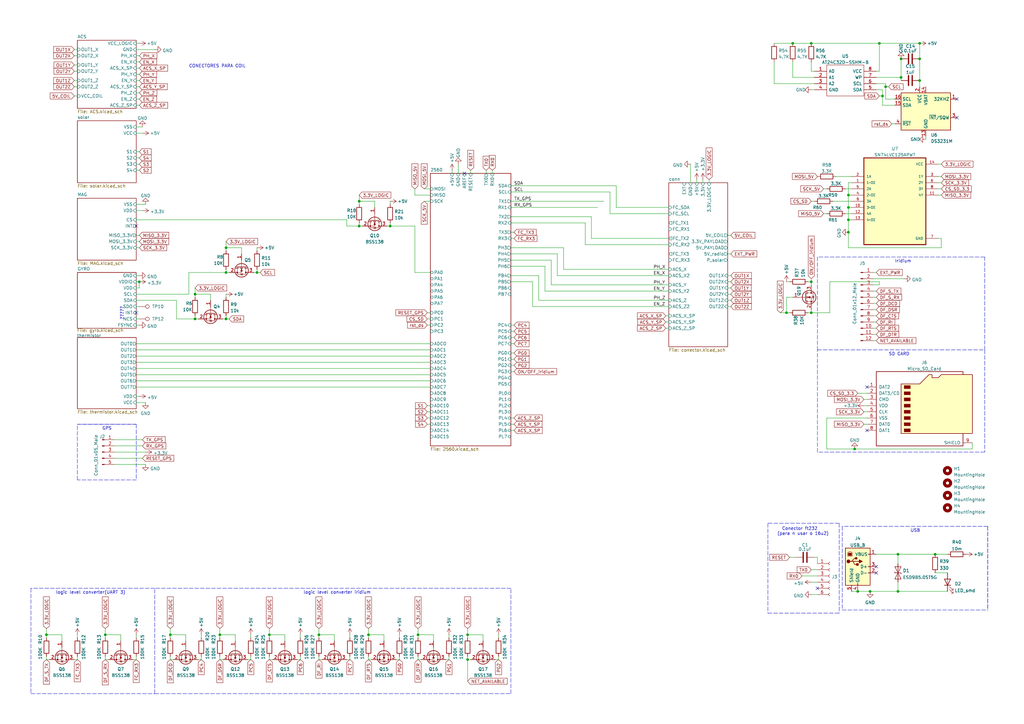
<source format=kicad_sch>
(kicad_sch (version 20211123) (generator eeschema)
  (paper "A3")
  (title_block (title "Flight computer") (rev "Cainã C.") (company "Atomsat"))
  (lib_symbols
    (symbol "1K_Custom_Symbol:TP_smt_1x1" (pin_numbers hide) (pin_names (offset 0.762) hide)
      (property "Reference" "TP" (at 0 6.858 0))
      (property "Value" "TP_smt_1x1" (at 0 5.08 0))
      (symbol "TP_smt_1x1_1_1"
        (pin passive line (at 0 0 90) (length 2.54) (name "1") (number "1"))
      )
    )
    (symbol "74LVC125APW:SN74LVC125APWT" (pin_names (offset 1.016))
      (property "Reference" "U" (at -12.7 18.78 0))
      (property "Value" "SN74LVC125APWT" (at -12.7 -21.78 0))
      (symbol "SN74LVC125APWT_0_0"
        (pin input line (at -17.78 7.62 0) (length 5.08) (name "1~OE") (number "1"))
        (pin input line (at -17.78 -2.54 0) (length 5.08) (name "3~OE") (number "10"))
        (pin output line (at 17.78 2.54 180) (length 5.08) (name "4Y") (number "11"))
        (pin input line (at -17.78 -5.08 0) (length 5.08) (name "4A") (number "12"))
        (pin input line (at -17.78 -7.62 0) (length 5.08) (name "4~OE") (number "13"))
        (pin power_in line (at 17.78 15.24 180) (length 5.08) (name "VCC") (number "14"))
        (pin input line (at -17.78 10.16 0) (length 5.08) (name "1A") (number "2"))
        (pin output line (at 17.78 10.16 180) (length 5.08) (name "1Y") (number "3"))
        (pin input line (at -17.78 2.54 0) (length 5.08) (name "2~OE") (number "4"))
        (pin input line (at -17.78 5.08 0) (length 5.08) (name "2A") (number "5"))
        (pin output line (at 17.78 7.62 180) (length 5.08) (name "2Y") (number "6"))
        (pin power_in line (at 17.78 -15.24 180) (length 5.08) (name "GND") (number "7"))
        (pin output line (at 17.78 5.08 180) (length 5.08) (name "3Y") (number "8"))
        (pin input line (at -17.78 0 0) (length 5.08) (name "3A") (number "9"))
      )
    )
    (symbol "AT24C32D:AT24C32D-SSHM-B" (pin_names (offset 0.762))
      (property "Reference" "IC" (at 21.59 7.62 0))
      (property "Value" "AT24C32D-SSHM-B" (at 21.59 5.08 0))
      (symbol "AT24C32D-SSHM-B_0_0"
        (pin passive line (at 0 0 0) (length 5.08) (name "A0") (number "1"))
        (pin passive line (at 0 -2.54 0) (length 5.08) (name "A1") (number "2"))
        (pin passive line (at 0 -5.08 0) (length 5.08) (name "A2") (number "3"))
        (pin passive line (at 0 -7.62 0) (length 5.08) (name "GND") (number "4"))
        (pin passive line (at 25.4 -7.62 180) (length 5.08) (name "SDA") (number "5"))
        (pin passive line (at 25.4 -5.08 180) (length 5.08) (name "SCL") (number "6"))
        (pin passive line (at 25.4 -2.54 180) (length 5.08) (name "WP") (number "7"))
        (pin passive line (at 25.4 0 180) (length 5.08) (name "VCC") (number "8"))
      )
    )
    (symbol "Connector:Conn_01x05_Male" (pin_names (offset 1.016) hide)
      (property "Reference" "J" (at 0 7.62 0))
      (property "Value" "Conn_01x05_Male" (at 0 -7.62 0))
      (symbol "Conn_01x05_Male_1_1"
        (pin passive line (at 5.08 5.08 180) (length 3.81) (name "Pin_1") (number "1"))
        (pin passive line (at 5.08 2.54 180) (length 3.81) (name "Pin_2") (number "2"))
        (pin passive line (at 5.08 0 180) (length 3.81) (name "Pin_3") (number "3"))
        (pin passive line (at 5.08 -2.54 180) (length 3.81) (name "Pin_4") (number "4"))
        (pin passive line (at 5.08 -5.08 180) (length 3.81) (name "Pin_5") (number "5"))
      )
    )
    (symbol "Connector:Conn_01x06_Female" (pin_names (offset 1.016) hide)
      (property "Reference" "J" (at 0 7.62 0))
      (property "Value" "Conn_01x06_Female" (at 0 -10.16 0))
      (symbol "Conn_01x06_Female_1_1"
        (pin passive line (at -5.08 5.08 0) (length 3.81) (name "Pin_1") (number "1"))
        (pin passive line (at -5.08 2.54 0) (length 3.81) (name "Pin_2") (number "2"))
        (pin passive line (at -5.08 0 0) (length 3.81) (name "Pin_3") (number "3"))
        (pin passive line (at -5.08 -2.54 0) (length 3.81) (name "Pin_4") (number "4"))
        (pin passive line (at -5.08 -5.08 0) (length 3.81) (name "Pin_5") (number "5"))
        (pin passive line (at -5.08 -7.62 0) (length 3.81) (name "Pin_6") (number "6"))
      )
    )
    (symbol "Connector:Conn_01x12_Male" (pin_names (offset 1.016) hide)
      (property "Reference" "J" (at 0 15.24 0))
      (property "Value" "Conn_01x12_Male" (at 0 -17.78 0))
      (symbol "Conn_01x12_Male_1_1"
        (pin passive line (at 5.08 12.7 180) (length 3.81) (name "Pin_1") (number "1"))
        (pin passive line (at 5.08 -10.16 180) (length 3.81) (name "Pin_10") (number "10"))
        (pin passive line (at 5.08 -12.7 180) (length 3.81) (name "Pin_11") (number "11"))
        (pin passive line (at 5.08 -15.24 180) (length 3.81) (name "Pin_12") (number "12"))
        (pin passive line (at 5.08 10.16 180) (length 3.81) (name "Pin_2") (number "2"))
        (pin passive line (at 5.08 7.62 180) (length 3.81) (name "Pin_3") (number "3"))
        (pin passive line (at 5.08 5.08 180) (length 3.81) (name "Pin_4") (number "4"))
        (pin passive line (at 5.08 2.54 180) (length 3.81) (name "Pin_5") (number "5"))
        (pin passive line (at 5.08 0 180) (length 3.81) (name "Pin_6") (number "6"))
        (pin passive line (at 5.08 -2.54 180) (length 3.81) (name "Pin_7") (number "7"))
        (pin passive line (at 5.08 -5.08 180) (length 3.81) (name "Pin_8") (number "8"))
        (pin passive line (at 5.08 -7.62 180) (length 3.81) (name "Pin_9") (number "9"))
      )
    )
    (symbol "Connector:Micro_SD_Card" (pin_names (offset 1.016))
      (property "Reference" "J" (at -16.51 15.24 0))
      (property "Value" "Micro_SD_Card" (at 16.51 15.24 0))
      (symbol "Micro_SD_Card_1_1"
        (pin bidirectional line (at -22.86 7.62 0) (length 3.81) (name "DAT2") (number "1"))
        (pin bidirectional line (at -22.86 5.08 0) (length 3.81) (name "DAT3/CD") (number "2"))
        (pin input line (at -22.86 2.54 0) (length 3.81) (name "CMD") (number "3"))
        (pin power_in line (at -22.86 0 0) (length 3.81) (name "VDD") (number "4"))
        (pin input line (at -22.86 -2.54 0) (length 3.81) (name "CLK") (number "5"))
        (pin power_in line (at -22.86 -5.08 0) (length 3.81) (name "VSS") (number "6"))
        (pin bidirectional line (at -22.86 -7.62 0) (length 3.81) (name "DAT0") (number "7"))
        (pin bidirectional line (at -22.86 -10.16 0) (length 3.81) (name "DAT1") (number "8"))
        (pin passive line (at 20.32 -15.24 180) (length 3.81) (name "SHIELD") (number "9"))
      )
    )
    (symbol "Connector:USB_B" (pin_names (offset 1.016))
      (property "Reference" "J" (at -5.08 11.43 0))
      (property "Value" "USB_B" (at -5.08 8.89 0))
      (symbol "USB_B_1_1"
        (pin power_out line (at 7.62 5.08 180) (length 2.54) (name "VBUS") (number "1"))
        (pin bidirectional line (at 7.62 -2.54 180) (length 2.54) (name "D-") (number "2"))
        (pin bidirectional line (at 7.62 0 180) (length 2.54) (name "D+") (number "3"))
        (pin power_out line (at 0 -10.16 90) (length 2.54) (name "GND") (number "4"))
        (pin passive line (at -2.54 -10.16 90) (length 2.54) (name "Shield") (number "5"))
      )
    )
    (symbol "Device:C" (pin_numbers hide) (pin_names (offset 0.254))
      (property "Reference" "C" (at 0.635 2.54 0))
      (property "Value" "C" (at 0.635 -2.54 0))
      (symbol "C_1_1"
        (pin passive line (at 0 3.81 270) (length 2.794) (name "~") (number "1"))
        (pin passive line (at 0 -3.81 90) (length 2.794) (name "~") (number "2"))
      )
    )
    (symbol "Device:LED" (pin_numbers hide) (pin_names (offset 1.016) hide)
      (property "Reference" "D" (at 0 2.54 0))
      (property "Value" "LED" (at 0 -2.54 0))
      (symbol "LED_1_1"
        (pin passive line (at -3.81 0 0) (length 2.54) (name "K") (number "1"))
        (pin passive line (at 3.81 0 180) (length 2.54) (name "A") (number "2"))
      )
    )
    (symbol "Device:R" (pin_numbers hide) (pin_names (offset 0))
      (property "Reference" "R" (at 2.032 0 90))
      (property "Value" "R" (at 0 0 90))
      (symbol "R_1_1"
        (pin passive line (at 0 3.81 270) (length 1.27) (name "~") (number "1"))
        (pin passive line (at 0 -3.81 90) (length 1.27) (name "~") (number "2"))
      )
    )
    (symbol "Diode:ESD9B5.0ST5G" (pin_numbers hide) (pin_names (offset 1.016) hide)
      (property "Reference" "D" (at 0 2.54 0))
      (property "Value" "ESD9B5.0ST5G" (at 0 -2.54 0))
      (symbol "ESD9B5.0ST5G_1_1"
        (pin passive line (at -3.81 0 0) (length 2.54) (name "A1") (number "1"))
        (pin passive line (at 3.81 0 180) (length 2.54) (name "A2") (number "2"))
      )
    )
    (symbol "Mechanical:MountingHole" (pin_names (offset 1.016))
      (property "Reference" "H" (at 0 5.08 0))
      (property "Value" "MountingHole" (at 0 3.175 0))
    )
    (symbol "Timer_RTC:DS3231M"
      (property "Reference" "U" (at -7.62 8.89 0))
      (property "Value" "DS3231M" (at 10.16 8.89 0))
      (symbol "DS3231M_1_1"
        (pin open_collector line (at 12.7 5.08 180) (length 2.54) (name "32KHZ") (number "1"))
        (pin passive line (at 0 -10.16 90) (length 2.54) hide (name "GND") (number "10"))
        (pin passive line (at 0 -10.16 90) (length 2.54) hide (name "GND") (number "11"))
        (pin passive line (at 0 -10.16 90) (length 2.54) hide (name "GND") (number "12"))
        (pin power_in line (at 0 -10.16 90) (length 2.54) (name "GND") (number "13"))
        (pin power_in line (at 0 10.16 270) (length 2.54) (name "VBAT") (number "14"))
        (pin bidirectional line (at -12.7 2.54 0) (length 2.54) (name "SDA") (number "15"))
        (pin input line (at -12.7 5.08 0) (length 2.54) (name "SCL") (number "16"))
        (pin power_in line (at -2.54 10.16 270) (length 2.54) (name "VCC") (number "2"))
        (pin open_collector line (at 12.7 -2.54 180) (length 2.54) (name "~{INT}/SQW") (number "3"))
        (pin bidirectional line (at -12.7 -5.08 0) (length 2.54) (name "~{RST}") (number "4"))
        (pin passive line (at 0 -10.16 90) (length 2.54) hide (name "GND") (number "5"))
        (pin passive line (at 0 -10.16 90) (length 2.54) hide (name "GND") (number "6"))
        (pin passive line (at 0 -10.16 90) (length 2.54) hide (name "GND") (number "7"))
        (pin passive line (at 0 -10.16 90) (length 2.54) hide (name "GND") (number "8"))
        (pin passive line (at 0 -10.16 90) (length 2.54) hide (name "GND") (number "9"))
      )
    )
    (symbol "Transistor_FET:BSS138" (pin_names hide)
      (property "Reference" "Q" (at 5.08 1.905 0))
      (property "Value" "BSS138" (at 5.08 0 0))
      (symbol "BSS138_1_1"
        (pin input line (at -5.08 0 0) (length 2.54) (name "G") (number "1"))
        (pin passive line (at 2.54 -5.08 90) (length 2.54) (name "S") (number "2"))
        (pin passive line (at 2.54 5.08 270) (length 2.54) (name "D") (number "3"))
      )
    )
    (symbol "power:+3.3V" (power) (pin_names (offset 0))
      (property "Value" "+3.3V" (at 0 3.556 0))
      (symbol "+3.3V_1_1"
        (pin power_in line (at 0 0 90) (length 0) hide (name "+3.3V") (number "1"))
      )
    )
    (symbol "power:+5V" (power) (pin_names (offset 0))
      (property "Value" "+5V" (at 0 3.556 0))
      (symbol "+5V_1_1"
        (pin power_in line (at 0 0 90) (length 0) hide (name "+5V") (number "1"))
      )
    )
    (symbol "power:GND" (power) (pin_names (offset 0))
      (property "Value" "GND" (at 0 -3.81 0))
      (symbol "GND_1_1"
        (pin power_in line (at 0 0 270) (length 0) hide (name "GND") (number "1"))
      )
    )
  )
  (junction (at 332.74 115.57))
  (junction (at 360.68 17.78))
  (junction (at 332.74 17.78))
  (junction (at 347.98 80.01))
  (junction (at 369.57 24.13))
  (junction (at 80.01 130.81))
  (junction (at 377.19 33.02))
  (junction (at 90.17 260.35))
  (junction (at 69.85 260.35))
  (junction (at 147.32 82.55))
  (junction (at 347.98 95.25))
  (junction (at 325.12 17.78))
  (junction (at 19.05 260.35))
  (junction (at 383.54 227.33))
  (junction (at 160.02 92.71))
  (junction (at 191.77 270.51))
  (junction (at 151.13 260.35))
  (junction (at 110.49 260.35))
  (junction (at 92.71 101.6))
  (junction (at 171.45 260.35))
  (junction (at 80.01 120.65))
  (junction (at 356.87 242.57))
  (junction (at 377.19 24.13))
  (junction (at 347.98 85.09))
  (junction (at 363.22 35.56))
  (junction (at 350.52 184.15))
  (junction (at 322.58 128.27))
  (junction (at 368.3 242.57))
  (junction (at 347.98 90.17))
  (junction (at 57.15 115.57))
  (junction (at 368.3 227.33))
  (junction (at 369.57 31.75))
  (junction (at 147.32 92.71))
  (junction (at 105.41 111.76))
  (junction (at 332.74 128.27))
  (junction (at 351.79 242.57))
  (junction (at 377.19 17.78))
  (junction (at 92.71 130.81))
  (junction (at 191.77 260.35))
  (junction (at 361.95 39.37))
  (junction (at 130.81 260.35))
  (junction (at 43.18 260.35))
  (junction (at 92.71 111.76))
  (no_connect (at 359.41 232.41))
  (no_connect (at 55.88 92.71))
  (no_connect (at 335.28 241.3))
  (no_connect (at 55.88 128.27))
  (no_connect (at 355.6 176.53))
  (no_connect (at 190.5 71.12))
  (no_connect (at 355.6 158.75))
  (no_connect (at 392.43 48.26))
  (no_connect (at 392.43 40.64))
  (no_connect (at 359.41 234.95))
  (wire (pts (xy 332.74 29.21) (xy 332.74 25.4)))
  (wire (pts (xy 334.01 31.75) (xy 325.12 31.75)))
  (wire (pts (xy 153.67 82.55) (xy 153.67 85.09)))
  (wire (pts (xy 55.88 151.13) (xy 176.53 151.13)))
  (wire (pts (xy 110.49 257.81) (xy 110.49 260.35)))
  (wire (pts (xy 55.88 69.85) (xy 57.15 69.85)))
  (polyline (pts (xy 63.5 284.48) (xy 209.55 284.48)))
  (polyline (pts (xy 55.88 173.99) (xy 31.75 173.99)))
  (wire (pts (xy 383.54 227.33) (xy 368.3 227.33)))
  (wire (pts (xy 359.41 129.54) (xy 358.14 129.54)))
  (wire (pts (xy 359.41 124.46) (xy 358.14 124.46)))
  (polyline (pts (xy 405.13 215.9) (xy 345.44 215.9)))
  (wire (pts (xy 55.88 123.19) (xy 72.39 123.19)))
  (wire (pts (xy 151.13 269.24) (xy 151.13 270.51)))
  (wire (pts (xy 31.75 260.35) (xy 31.75 261.62)))
  (wire (pts (xy 204.47 260.35) (xy 204.47 261.62)))
  (wire (pts (xy 346.71 87.63) (xy 349.25 87.63)))
  (wire (pts (xy 252.73 85.09) (xy 252.73 76.2)))
  (wire (pts (xy 30.48 26.67) (xy 31.75 26.67)))
  (wire (pts (xy 170.18 92.71) (xy 170.18 111.76)))
  (wire (pts (xy 92.71 130.81) (xy 93.98 130.81)))
  (wire (pts (xy 157.48 260.35) (xy 157.48 262.89)))
  (wire (pts (xy 209.55 147.32) (xy 210.82 147.32)))
  (wire (pts (xy 55.88 143.51) (xy 176.53 143.51)))
  (wire (pts (xy 191.77 269.24) (xy 191.77 270.51)))
  (wire (pts (xy 92.71 130.81) (xy 92.71 129.54)))
  (wire (pts (xy 19.05 257.81) (xy 19.05 260.35)))
  (wire (pts (xy 342.9 72.39) (xy 349.25 72.39)))
  (wire (pts (xy 55.88 27.94) (xy 57.15 27.94)))
  (wire (pts (xy 104.14 111.76) (xy 105.41 111.76)))
  (wire (pts (xy 346.71 77.47) (xy 349.25 77.47)))
  (wire (pts (xy 77.47 111.76) (xy 92.71 111.76)))
  (wire (pts (xy 223.52 109.22) (xy 223.52 119.38)))
  (wire (pts (xy 55.88 133.35) (xy 57.15 133.35)))
  (wire (pts (xy 55.88 54.61) (xy 58.42 54.61)))
  (wire (pts (xy 360.68 17.78) (xy 377.19 17.78)))
  (wire (pts (xy 92.71 102.87) (xy 92.71 101.6)))
  (wire (pts (xy 242.57 97.79) (xy 242.57 88.9)))
  (wire (pts (xy 55.88 101.6) (xy 57.15 101.6)))
  (wire (pts (xy 349.25 242.57) (xy 351.79 242.57)))
  (wire (pts (xy 55.88 67.31) (xy 57.15 67.31)))
  (wire (pts (xy 143.51 270.51) (xy 143.51 269.24)))
  (wire (pts (xy 220.98 113.03) (xy 220.98 123.19)))
  (wire (pts (xy 80.01 120.65) (xy 86.36 120.65)))
  (wire (pts (xy 116.84 260.35) (xy 116.84 262.89)))
  (wire (pts (xy 55.88 156.21) (xy 176.53 156.21)))
  (wire (pts (xy 130.81 270.51) (xy 132.08 270.51)))
  (wire (pts (xy 147.32 91.44) (xy 147.32 92.71)))
  (wire (pts (xy 383.54 234.95) (xy 388.62 234.95)))
  (wire (pts (xy 43.18 269.24) (xy 43.18 270.51)))
  (wire (pts (xy 209.55 113.03) (xy 220.98 113.03)))
  (wire (pts (xy 49.53 260.35) (xy 49.53 262.89)))
  (wire (pts (xy 274.32 125.73) (xy 218.44 125.73)))
  (wire (pts (xy 55.88 22.86) (xy 57.15 22.86)))
  (wire (pts (xy 69.85 260.35) (xy 76.2 260.35)))
  (wire (pts (xy 322.58 128.27) (xy 322.58 121.92)))
  (wire (pts (xy 273.05 129.54) (xy 274.32 129.54)))
  (wire (pts (xy 110.49 270.51) (xy 111.76 270.51)))
  (wire (pts (xy 191.77 261.62) (xy 191.77 260.35)))
  (wire (pts (xy 298.45 120.65) (xy 299.72 120.65)))
  (wire (pts (xy 368.3 242.57) (xy 388.62 242.57)))
  (wire (pts (xy 105.41 101.6) (xy 105.41 102.87)))
  (wire (pts (xy 176.53 80.01) (xy 170.18 80.01)))
  (wire (pts (xy 209.55 85.09) (xy 245.11 85.09)))
  (wire (pts (xy 360.68 17.78) (xy 360.68 29.21)))
  (wire (pts (xy 331.47 128.27) (xy 332.74 128.27)))
  (polyline (pts (xy 12.7 241.3) (xy 12.7 284.48)))
  (wire (pts (xy 30.48 29.21) (xy 31.75 29.21)))
  (polyline (pts (xy 55.88 196.85) (xy 31.75 196.85)))
  (wire (pts (xy 360.68 39.37) (xy 361.95 39.37)))
  (wire (pts (xy 340.36 115.57) (xy 340.36 128.27)))
  (wire (pts (xy 368.3 227.33) (xy 359.41 227.33)))
  (wire (pts (xy 386.08 101.6) (xy 386.08 97.79)))
  (wire (pts (xy 273.05 132.08) (xy 274.32 132.08)))
  (wire (pts (xy 31.75 270.51) (xy 31.75 269.24)))
  (wire (pts (xy 92.71 110.49) (xy 92.71 111.76)))
  (wire (pts (xy 369.57 31.75) (xy 369.57 33.02)))
  (wire (pts (xy 355.6 171.45) (xy 339.09 171.45)))
  (wire (pts (xy 218.44 115.57) (xy 209.55 115.57)))
  (wire (pts (xy 55.88 62.23) (xy 57.15 62.23)))
  (wire (pts (xy 332.74 128.27) (xy 332.74 127)))
  (wire (pts (xy 332.74 233.68) (xy 335.28 233.68)))
  (wire (pts (xy 359.41 134.62) (xy 358.14 134.62)))
  (wire (pts (xy 298.45 118.11) (xy 299.72 118.11)))
  (wire (pts (xy 162.56 270.51) (xy 163.83 270.51)))
  (polyline (pts (xy 345.44 250.19) (xy 405.13 250.19)))
  (wire (pts (xy 130.81 260.35) (xy 137.16 260.35)))
  (polyline (pts (xy 344.17 214.63) (xy 344.17 251.46)))
  (wire (pts (xy 317.5 17.78) (xy 325.12 17.78)))
  (wire (pts (xy 19.05 260.35) (xy 25.4 260.35)))
  (wire (pts (xy 30.48 22.86) (xy 31.75 22.86)))
  (polyline (pts (xy 403.86 143.51) (xy 403.86 185.42)))
  (wire (pts (xy 81.28 270.51) (xy 82.55 270.51)))
  (wire (pts (xy 90.17 261.62) (xy 90.17 260.35)))
  (wire (pts (xy 55.88 38.1) (xy 57.15 38.1)))
  (wire (pts (xy 322.58 115.57) (xy 323.85 115.57)))
  (wire (pts (xy 226.06 106.68) (xy 209.55 106.68)))
  (wire (pts (xy 209.55 91.44) (xy 240.03 91.44)))
  (wire (pts (xy 191.77 257.81) (xy 191.77 260.35)))
  (wire (pts (xy 30.48 39.37) (xy 31.75 39.37)))
  (wire (pts (xy 121.92 270.51) (xy 123.19 270.51)))
  (wire (pts (xy 55.88 120.65) (xy 77.47 120.65)))
  (wire (pts (xy 175.26 171.45) (xy 176.53 171.45)))
  (wire (pts (xy 334.01 82.55) (xy 332.74 82.55)))
  (wire (pts (xy 193.04 69.85) (xy 193.04 71.12)))
  (wire (pts (xy 55.88 43.18) (xy 57.15 43.18)))
  (wire (pts (xy 80.01 130.81) (xy 81.28 130.81)))
  (wire (pts (xy 110.49 269.24) (xy 110.49 270.51)))
  (wire (pts (xy 99.06 101.6) (xy 99.06 104.14)))
  (wire (pts (xy 105.41 111.76) (xy 106.68 111.76)))
  (wire (pts (xy 69.85 269.24) (xy 69.85 270.51)))
  (wire (pts (xy 349.25 74.93) (xy 347.98 74.93)))
  (wire (pts (xy 30.48 33.02) (xy 31.75 33.02)))
  (wire (pts (xy 151.13 270.51) (xy 152.4 270.51)))
  (wire (pts (xy 191.77 270.51) (xy 193.04 270.51)))
  (wire (pts (xy 334.01 29.21) (xy 332.74 29.21)))
  (polyline (pts (xy 314.96 251.46) (xy 344.17 251.46)))
  (wire (pts (xy 354.33 173.99) (xy 355.6 173.99)))
  (wire (pts (xy 339.09 171.45) (xy 339.09 184.15)))
  (wire (pts (xy 55.88 148.59) (xy 176.53 148.59)))
  (wire (pts (xy 25.4 260.35) (xy 25.4 262.89)))
  (wire (pts (xy 386.08 72.39) (xy 384.81 72.39)))
  (wire (pts (xy 367.03 43.18) (xy 361.95 43.18)))
  (wire (pts (xy 298.45 123.19) (xy 299.72 123.19)))
  (wire (pts (xy 288.29 73.66) (xy 288.29 74.93)))
  (wire (pts (xy 19.05 269.24) (xy 19.05 270.51)))
  (wire (pts (xy 55.88 158.75) (xy 176.53 158.75)))
  (wire (pts (xy 171.45 261.62) (xy 171.45 260.35)))
  (wire (pts (xy 55.88 118.11) (xy 57.15 118.11)))
  (wire (pts (xy 57.15 118.11) (xy 57.15 115.57)))
  (polyline (pts (xy 335.28 105.41) (xy 335.28 143.51)))
  (wire (pts (xy 147.32 82.55) (xy 153.67 82.55)))
  (wire (pts (xy 359.41 137.16) (xy 358.14 137.16)))
  (wire (pts (xy 175.26 168.91) (xy 176.53 168.91)))
  (wire (pts (xy 198.12 260.35) (xy 198.12 262.89)))
  (wire (pts (xy 55.88 146.05) (xy 176.53 146.05)))
  (wire (pts (xy 332.74 17.78) (xy 360.68 17.78)))
  (wire (pts (xy 55.88 35.56) (xy 57.15 35.56)))
  (wire (pts (xy 377.19 24.13) (xy 377.19 33.02)))
  (wire (pts (xy 273.05 134.62) (xy 274.32 134.62)))
  (wire (pts (xy 347.98 74.93) (xy 347.98 80.01)))
  (wire (pts (xy 358.14 116.84) (xy 360.68 116.84)))
  (wire (pts (xy 160.02 82.55) (xy 160.02 83.82)))
  (wire (pts (xy 184.15 270.51) (xy 184.15 269.24)))
  (wire (pts (xy 209.55 95.25) (xy 210.82 95.25)))
  (wire (pts (xy 242.57 88.9) (xy 209.55 88.9)))
  (wire (pts (xy 359.41 121.92) (xy 358.14 121.92)))
  (wire (pts (xy 386.08 74.93) (xy 384.81 74.93)))
  (wire (pts (xy 298.45 113.03) (xy 299.72 113.03)))
  (wire (pts (xy 130.81 261.62) (xy 130.81 260.35)))
  (wire (pts (xy 337.82 77.47) (xy 339.09 77.47)))
  (wire (pts (xy 250.19 87.63) (xy 274.32 87.63)))
  (polyline (pts (xy 209.55 241.3) (xy 63.5 241.3)))
  (wire (pts (xy 361.95 43.18) (xy 361.95 39.37)))
  (wire (pts (xy 130.81 257.81) (xy 130.81 260.35)))
  (wire (pts (xy 332.74 243.84) (xy 335.28 243.84)))
  (wire (pts (xy 335.28 228.6) (xy 335.28 231.14)))
  (wire (pts (xy 151.13 260.35) (xy 157.48 260.35)))
  (wire (pts (xy 361.95 36.83) (xy 359.41 36.83)))
  (wire (pts (xy 105.41 111.76) (xy 105.41 110.49)))
  (wire (pts (xy 55.88 99.06) (xy 57.15 99.06)))
  (polyline (pts (xy 12.7 284.48) (xy 63.5 284.48)))
  (wire (pts (xy 171.45 260.35) (xy 177.8 260.35)))
  (wire (pts (xy 339.09 184.15) (xy 350.52 184.15)))
  (wire (pts (xy 274.32 119.38) (xy 223.52 119.38)))
  (wire (pts (xy 80.01 118.11) (xy 80.01 120.65)))
  (wire (pts (xy 199.39 69.85) (xy 199.39 71.12)))
  (wire (pts (xy 298.45 125.73) (xy 299.72 125.73)))
  (polyline (pts (xy 403.86 185.42) (xy 335.28 185.42)))
  (wire (pts (xy 354.33 166.37) (xy 355.6 166.37)))
  (wire (pts (xy 43.18 257.81) (xy 43.18 260.35)))
  (wire (pts (xy 228.6 104.14) (xy 228.6 113.03)))
  (wire (pts (xy 123.19 270.51) (xy 123.19 269.24)))
  (polyline (pts (xy 55.88 173.99) (xy 55.88 196.85)))
  (wire (pts (xy 123.19 260.35) (xy 123.19 261.62)))
  (wire (pts (xy 231.14 110.49) (xy 231.14 101.6)))
  (wire (pts (xy 347.98 85.09) (xy 349.25 85.09)))
  (wire (pts (xy 209.55 97.79) (xy 210.82 97.79)))
  (wire (pts (xy 175.26 133.35) (xy 176.53 133.35)))
  (wire (pts (xy 298.45 104.14) (xy 299.72 104.14)))
  (wire (pts (xy 80.01 129.54) (xy 80.01 130.81)))
  (wire (pts (xy 201.93 69.85) (xy 201.93 71.12)))
  (wire (pts (xy 377.19 17.78) (xy 377.19 24.13)))
  (wire (pts (xy 226.06 106.68) (xy 226.06 116.84)))
  (wire (pts (xy 354.33 168.91) (xy 355.6 168.91)))
  (wire (pts (xy 82.55 270.51) (xy 82.55 269.24)))
  (wire (pts (xy 54.61 270.51) (xy 55.88 270.51)))
  (wire (pts (xy 359.41 29.21) (xy 360.68 29.21)))
  (wire (pts (xy 143.51 260.35) (xy 143.51 261.62)))
  (wire (pts (xy 398.78 184.15) (xy 350.52 184.15)))
  (wire (pts (xy 359.41 34.29) (xy 363.22 34.29)))
  (wire (pts (xy 358.14 119.38) (xy 359.41 119.38)))
  (wire (pts (xy 69.85 261.62) (xy 69.85 260.35)))
  (wire (pts (xy 252.73 76.2) (xy 209.55 76.2)))
  (wire (pts (xy 55.88 30.48) (xy 57.15 30.48)))
  (wire (pts (xy 175.26 130.81) (xy 176.53 130.81)))
  (wire (pts (xy 175.26 166.37) (xy 176.53 166.37)))
  (polyline (pts (xy 31.75 173.99) (xy 55.88 173.99)))
  (wire (pts (xy 332.74 36.83) (xy 334.01 36.83)))
  (wire (pts (xy 209.55 104.14) (xy 228.6 104.14)))
  (wire (pts (xy 171.45 270.51) (xy 172.72 270.51)))
  (wire (pts (xy 220.98 123.19) (xy 274.32 123.19)))
  (wire (pts (xy 274.32 110.49) (xy 231.14 110.49)))
  (wire (pts (xy 175.26 128.27) (xy 176.53 128.27)))
  (wire (pts (xy 290.83 73.66) (xy 290.83 74.93)))
  (wire (pts (xy 147.32 80.01) (xy 147.32 82.55)))
  (wire (pts (xy 19.05 270.51) (xy 20.32 270.51)))
  (wire (pts (xy 209.55 78.74) (xy 250.19 78.74)))
  (wire (pts (xy 322.58 121.92) (xy 325.12 121.92)))
  (wire (pts (xy 317.5 34.29) (xy 317.5 25.4)))
  (wire (pts (xy 19.05 261.62) (xy 19.05 260.35)))
  (wire (pts (xy 341.63 82.55) (xy 349.25 82.55)))
  (wire (pts (xy 377.19 33.02) (xy 377.19 35.56)))
  (wire (pts (xy 209.55 82.55) (xy 247.65 82.55)))
  (wire (pts (xy 102.87 260.35) (xy 102.87 261.62)))
  (wire (pts (xy 358.14 111.76) (xy 359.41 111.76)))
  (wire (pts (xy 209.55 171.45) (xy 210.82 171.45)))
  (wire (pts (xy 358.14 132.08) (xy 359.41 132.08)))
  (wire (pts (xy 69.85 270.51) (xy 71.12 270.51)))
  (wire (pts (xy 209.55 109.22) (xy 223.52 109.22)))
  (wire (pts (xy 356.87 242.57) (xy 368.3 242.57)))
  (wire (pts (xy 334.01 34.29) (xy 317.5 34.29)))
  (wire (pts (xy 30.48 35.56) (xy 31.75 35.56)))
  (wire (pts (xy 209.55 133.35) (xy 210.82 133.35)))
  (wire (pts (xy 55.88 52.07) (xy 58.42 52.07)))
  (wire (pts (xy 298.45 96.52) (xy 299.72 96.52)))
  (wire (pts (xy 92.71 101.6) (xy 99.06 101.6)))
  (wire (pts (xy 184.15 260.35) (xy 184.15 261.62)))
  (wire (pts (xy 332.74 238.76) (xy 335.28 238.76)))
  (wire (pts (xy 398.78 181.61) (xy 398.78 184.15)))
  (wire (pts (xy 55.88 270.51) (xy 55.88 269.24)))
  (wire (pts (xy 55.88 165.1) (xy 59.69 165.1)))
  (wire (pts (xy 175.26 173.99) (xy 176.53 173.99)))
  (wire (pts (xy 102.87 270.51) (xy 102.87 269.24)))
  (wire (pts (xy 332.74 116.84) (xy 332.74 115.57)))
  (wire (pts (xy 368.3 227.33) (xy 368.3 231.14)))
  (polyline (pts (xy 63.5 241.3) (xy 12.7 241.3)))
  (wire (pts (xy 363.22 34.29) (xy 363.22 35.56)))
  (wire (pts (xy 55.88 40.64) (xy 57.15 40.64)))
  (wire (pts (xy 323.85 128.27) (xy 322.58 128.27)))
  (wire (pts (xy 55.88 115.57) (xy 57.15 115.57)))
  (wire (pts (xy 55.88 162.56) (xy 57.15 162.56)))
  (wire (pts (xy 240.03 91.44) (xy 240.03 100.33)))
  (wire (pts (xy 55.88 33.02) (xy 57.15 33.02)))
  (polyline (pts (xy 314.96 214.63) (xy 314.96 251.46)))
  (wire (pts (xy 30.48 270.51) (xy 31.75 270.51)))
  (wire (pts (xy 76.2 260.35) (xy 76.2 262.89)))
  (wire (pts (xy 274.32 97.79) (xy 242.57 97.79)))
  (wire (pts (xy 69.85 257.81) (xy 69.85 260.35)))
  (wire (pts (xy 55.88 64.77) (xy 57.15 64.77)))
  (wire (pts (xy 209.55 135.89) (xy 210.82 135.89)))
  (wire (pts (xy 46.99 187.96) (xy 58.42 187.96)))
  (wire (pts (xy 163.83 260.35) (xy 163.83 261.62)))
  (wire (pts (xy 137.16 260.35) (xy 137.16 262.89)))
  (wire (pts (xy 209.55 152.4) (xy 210.82 152.4)))
  (wire (pts (xy 204.47 270.51) (xy 204.47 269.24)))
  (wire (pts (xy 77.47 120.65) (xy 77.47 111.76)))
  (wire (pts (xy 91.44 130.81) (xy 92.71 130.81)))
  (wire (pts (xy 177.8 260.35) (xy 177.8 262.89)))
  (wire (pts (xy 55.88 17.78) (xy 57.15 17.78)))
  (wire (pts (xy 82.55 260.35) (xy 82.55 261.62)))
  (wire (pts (xy 173.99 77.47) (xy 176.53 77.47)))
  (wire (pts (xy 347.98 90.17) (xy 349.25 90.17)))
  (wire (pts (xy 90.17 270.51) (xy 91.44 270.51)))
  (wire (pts (xy 351.79 161.29) (xy 355.6 161.29)))
  (polyline (pts (xy 335.28 185.42) (xy 335.28 143.51)))
  (wire (pts (xy 368.3 242.57) (xy 368.3 238.76)))
  (wire (pts (xy 182.88 270.51) (xy 184.15 270.51)))
  (wire (pts (xy 80.01 121.92) (xy 80.01 120.65)))
  (wire (pts (xy 283.21 67.31) (xy 283.21 74.93)))
  (wire (pts (xy 334.01 228.6) (xy 335.28 228.6)))
  (wire (pts (xy 170.18 80.01) (xy 170.18 77.47)))
  (wire (pts (xy 325.12 17.78) (xy 332.74 17.78)))
  (wire (pts (xy 163.83 270.51) (xy 163.83 269.24)))
  (wire (pts (xy 46.99 180.34) (xy 58.42 180.34)))
  (wire (pts (xy 55.88 86.36) (xy 58.42 86.36)))
  (wire (pts (xy 360.68 116.84) (xy 360.68 115.57)))
  (wire (pts (xy 274.32 85.09) (xy 252.73 85.09)))
  (wire (pts (xy 30.48 20.32) (xy 31.75 20.32)))
  (wire (pts (xy 55.88 20.32) (xy 63.5 20.32)))
  (polyline (pts (xy 403.86 143.51) (xy 403.86 105.41)))
  (wire (pts (xy 323.85 228.6) (xy 326.39 228.6)))
  (wire (pts (xy 332.74 115.57) (xy 331.47 115.57)))
  (wire (pts (xy 340.36 115.57) (xy 360.68 115.57)))
  (wire (pts (xy 384.81 67.31) (xy 386.08 67.31)))
  (wire (pts (xy 55.88 260.35) (xy 55.88 261.62)))
  (wire (pts (xy 332.74 115.57) (xy 332.74 114.3)))
  (wire (pts (xy 57.15 125.73) (xy 55.88 125.73)))
  (wire (pts (xy 209.55 138.43) (xy 210.82 138.43)))
  (wire (pts (xy 298.45 115.57) (xy 299.72 115.57)))
  (wire (pts (xy 185.42 69.85) (xy 185.42 71.12)))
  (wire (pts (xy 160.02 92.71) (xy 160.02 91.44)))
  (wire (pts (xy 337.82 87.63) (xy 339.09 87.63)))
  (wire (pts (xy 363.22 35.56) (xy 364.49 35.56)))
  (polyline (pts (xy 209.55 284.48) (xy 209.55 241.3)))
  (wire (pts (xy 347.98 80.01) (xy 349.25 80.01)))
  (polyline (pts (xy 335.28 143.51) (xy 403.86 143.51)))
  (wire (pts (xy 92.71 111.76) (xy 93.98 111.76)))
  (wire (pts (xy 151.13 257.81) (xy 151.13 260.35)))
  (wire (pts (xy 231.14 101.6) (xy 209.55 101.6)))
  (wire (pts (xy 86.36 120.65) (xy 86.36 123.19)))
  (wire (pts (xy 142.24 90.17) (xy 142.24 92.71)))
  (wire (pts (xy 191.77 270.51) (xy 191.77 279.4)))
  (wire (pts (xy 147.32 92.71) (xy 148.59 92.71)))
  (polyline (pts (xy 405.13 215.9) (xy 405.13 250.19)))
  (wire (pts (xy 55.88 83.82) (xy 59.69 83.82)))
  (wire (pts (xy 55.88 90.17) (xy 142.24 90.17)))
  (wire (pts (xy 170.18 111.76) (xy 176.53 111.76)))
  (wire (pts (xy 347.98 101.6) (xy 386.08 101.6)))
  (polyline (pts (xy 345.44 215.9) (xy 345.44 250.19)))
  (polyline (pts (xy 405.13 215.9) (xy 405.13 250.19)))
  (polyline (pts (xy 403.86 105.41) (xy 335.28 105.41)))
  (wire (pts (xy 250.19 78.74) (xy 250.19 87.63)))
  (wire (pts (xy 187.96 67.31) (xy 187.96 71.12)))
  (wire (pts (xy 359.41 31.75) (xy 369.57 31.75)))
  (wire (pts (xy 365.76 50.8) (xy 367.03 50.8)))
  (wire (pts (xy 328.93 236.22) (xy 335.28 236.22)))
  (wire (pts (xy 320.04 128.27) (xy 322.58 128.27)))
  (wire (pts (xy 218.44 125.73) (xy 218.44 115.57)))
  (wire (pts (xy 160.02 92.71) (xy 170.18 92.71)))
  (wire (pts (xy 209.55 144.78) (xy 210.82 144.78)))
  (wire (pts (xy 173.99 82.55) (xy 176.53 82.55)))
  (wire (pts (xy 92.71 120.65) (xy 92.71 121.92)))
  (wire (pts (xy 226.06 116.84) (xy 274.32 116.84)))
  (wire (pts (xy 147.32 83.82) (xy 147.32 82.55)))
  (wire (pts (xy 383.54 227.33) (xy 388.62 227.33)))
  (wire (pts (xy 285.75 73.66) (xy 285.75 74.93)))
  (wire (pts (xy 158.75 92.71) (xy 160.02 92.71)))
  (wire (pts (xy 171.45 257.81) (xy 171.45 260.35)))
  (wire (pts (xy 351.79 242.57) (xy 356.87 242.57)))
  (wire (pts (xy 43.18 261.62) (xy 43.18 260.35)))
  (wire (pts (xy 55.88 25.4) (xy 57.15 25.4)))
  (wire (pts (xy 191.77 260.35) (xy 198.12 260.35)))
  (wire (pts (xy 96.52 260.35) (xy 96.52 262.89)))
  (wire (pts (xy 358.14 114.3) (xy 370.84 114.3)))
  (wire (pts (xy 46.99 185.42) (xy 59.69 185.42)))
  (wire (pts (xy 55.88 140.97) (xy 176.53 140.97)))
  (wire (pts (xy 203.2 270.51) (xy 204.47 270.51)))
  (wire (pts (xy 72.39 130.81) (xy 80.01 130.81)))
  (wire (pts (xy 46.99 190.5) (xy 59.69 190.5)))
  (wire (pts (xy 347.98 90.17) (xy 347.98 95.25)))
  (wire (pts (xy 142.24 270.51) (xy 143.51 270.51)))
  (polyline (pts (xy 63.5 284.48) (xy 63.5 241.3)))
  (wire (pts (xy 90.17 260.35) (xy 96.52 260.35)))
  (wire (pts (xy 130.81 269.24) (xy 130.81 270.51)))
  (wire (pts (xy 347.98 80.01) (xy 347.98 85.09)))
  (wire (pts (xy 369.57 24.13) (xy 369.57 31.75)))
  (wire (pts (xy 363.22 40.64) (xy 367.03 40.64)))
  (wire (pts (xy 90.17 257.81) (xy 90.17 260.35)))
  (wire (pts (xy 101.6 270.51) (xy 102.87 270.51)))
  (wire (pts (xy 55.88 96.52) (xy 57.15 96.52)))
  (wire (pts (xy 110.49 260.35) (xy 116.84 260.35)))
  (wire (pts (xy 347.98 85.09) (xy 347.98 90.17)))
  (wire (pts (xy 209.55 140.97) (xy 210.82 140.97)))
  (wire (pts (xy 358.14 127) (xy 359.41 127)))
  (wire (pts (xy 363.22 35.56) (xy 363.22 40.64)))
  (wire (pts (xy 340.36 128.27) (xy 332.74 128.27)))
  (wire (pts (xy 43.18 270.51) (xy 44.45 270.51)))
  (wire (pts (xy 325.12 31.75) (xy 325.12 25.4)))
  (wire (pts (xy 55.88 153.67) (xy 176.53 153.67)))
  (wire (pts (xy 46.99 182.88) (xy 58.42 182.88)))
  (wire (pts (xy 110.49 261.62) (xy 110.49 260.35)))
  (polyline (pts (xy 31.75 196.85) (xy 31.75 173.99)))
  (wire (pts (xy 386.08 80.01) (xy 384.81 80.01)))
  (wire (pts (xy 142.24 92.71) (xy 147.32 92.71)))
  (wire (pts (xy 209.55 173.99) (xy 210.82 173.99)))
  (wire (pts (xy 347.98 95.25) (xy 347.98 101.6)))
  (wire (pts (xy 209.55 149.86) (xy 210.82 149.86)))
  (polyline (pts (xy 344.17 214.63) (xy 314.96 214.63)))
  (wire (pts (xy 359.41 139.7) (xy 358.14 139.7)))
  (wire (pts (xy 92.71 99.06) (xy 92.71 101.6)))
  (wire (pts (xy 386.08 77.47) (xy 384.81 77.47)))
  (wire (pts (xy 151.13 261.62) (xy 151.13 260.35)))
  (wire (pts (xy 240.03 100.33) (xy 274.32 100.33)))
  (wire (pts (xy 384.81 97.79) (xy 386.08 97.79)))
  (wire (pts (xy 72.39 123.19) (xy 72.39 130.81)))
  (wire (pts (xy 361.95 39.37) (xy 361.95 36.83)))
  (wire (pts (xy 209.55 176.53) (xy 210.82 176.53)))
  (wire (pts (xy 274.32 113.03) (xy 228.6 113.03)))
  (wire (pts (xy 55.88 113.03) (xy 57.15 113.03)))
  (wire (pts (xy 57.15 130.81) (xy 55.88 130.81)))
  (wire (pts (xy 354.33 163.83) (xy 355.6 163.83)))
  (wire (pts (xy 379.73 55.88) (xy 379.73 57.15)))
  (wire (pts (xy 171.45 269.24) (xy 171.45 270.51)))
  (wire (pts (xy 90.17 269.24) (xy 90.17 270.51)))
  (wire (pts (xy 43.18 260.35) (xy 49.53 260.35)))
  (text "SD CARD\n" (at 364.49 146.05 0) (effects (font (size 1.27 1.27)) (justify left bottom)))
  (text "Iridium" (at 367.03 107.95 0) (effects (font (size 1.27 1.27)) (justify left bottom)))
  (text "CONECTORES PARA COIL\n" (at 77.47 27.94 0) (effects (font (size 1.27 1.27)) (justify left bottom)))
  (text "USB" (at 373.38 218.44 0) (effects (font (size 1.27 1.27)) (justify left bottom)))
  (text "logic level converter iridium\n" (at 124.46 243.84 0) (effects (font (size 1.27 1.27)) (justify left bottom)))
  (text "  Conector ft232\n(para n usar o 16u2)" (at 318.77 219.71 0) (effects (font (size 1.27 1.27)) (justify left bottom)))
  (text "logic level converter(UART 3)" (at 22.86 243.84 0) (effects (font (size 1.27 1.27)) (justify left bottom)))
  (text "?????\n" (at 50.8 125.73 270) (effects (font (size 1.27 1.27)) (justify right bottom)))
  (text "GPS\n" (at 41.91 176.53 0) (effects (font (size 1.27 1.27)) (justify left bottom)))
  (label "RX_GPS" (at 210.82 85.09 0))
  (label "PH_Z" (at 267.97 123.19 0))
  (label "SDA" (at 210.82 76.2 0))
  (label "EN_Y" (at 267.97 119.38 0))
  (label "EN_X" (at 267.97 113.03 0))
  (label "TX_GPS" (at 210.82 82.55 0))
  (label "SCL" (at 210.82 78.74 0))
  (label "PH_X" (at 267.97 110.49 0))
  (label "PH_Y" (at 267.97 116.84 0))
  (label "EN_Z" (at 267.97 125.73 0))
  (global_label "rst_ds" (shape input) (at 175.26 133.35 180) (property "Intersheet References" "${INTERSHEET_REFS}" (effects hide)))
  (global_label "ACS_Z_SP" (shape input) (at 57.15 43.18 0) (property "Intersheet References" "${INTERSHEET_REFS}" (effects hide)))
  (global_label "OUT1Y" (shape input) (at 30.48 26.67 180) (property "Intersheet References" "${INTERSHEET_REFS}" (effects hide)))
  (global_label "OUT2X" (shape input) (at 30.48 22.86 180) (property "Intersheet References" "${INTERSHEET_REFS}" (effects hide)))
  (global_label "FC_RX3" (shape input) (at 55.88 270.51 270) (property "Intersheet References" "${INTERSHEET_REFS}" (effects hide)))
  (global_label "RESET" (shape input) (at 323.85 228.6 180) (property "Intersheet References" "${INTERSHEET_REFS}" (effects hide)))
  (global_label "DF_CTS" (shape input) (at 359.41 129.54 0) (property "Intersheet References" "${INTERSHEET_REFS}" (effects hide)))
  (global_label "3.3V_LOGIC" (shape input) (at 19.05 257.81 90) (property "Intersheet References" "${INTERSHEET_REFS}" (effects hide)))
  (global_label "3.3V_LOGIC" (shape input) (at 147.32 80.01 0) (property "Intersheet References" "${INTERSHEET_REFS}" (effects hide)))
  (global_label "ACS_Y_SP" (shape input) (at 273.05 132.08 180) (property "Intersheet References" "${INTERSHEET_REFS}" (effects hide)))
  (global_label "S4" (shape input) (at 57.15 64.77 0) (property "Intersheet References" "${INTERSHEET_REFS}" (effects hide)))
  (global_label "DF_RTS" (shape input) (at 151.13 270.51 270) (property "Intersheet References" "${INTERSHEET_REFS}" (effects hide)))
  (global_label "OUT1Z" (shape input) (at 30.48 33.02 180) (property "Intersheet References" "${INTERSHEET_REFS}" (effects hide)))
  (global_label "3.3V_LOGIC" (shape input) (at 320.04 128.27 90) (property "Intersheet References" "${INTERSHEET_REFS}" (effects hide)))
  (global_label "S1" (shape input) (at 57.15 62.23 0) (property "Intersheet References" "${INTERSHEET_REFS}" (effects hide)))
  (global_label "3.3V_LOGIC" (shape input) (at 110.49 257.81 90) (property "Intersheet References" "${INTERSHEET_REFS}" (effects hide)))
  (global_label "PC7" (shape input) (at 210.82 140.97 0) (property "Intersheet References" "${INTERSHEET_REFS}" (effects hide)))
  (global_label "SCL" (shape input) (at 364.49 35.56 0) (property "Intersheet References" "${INTERSHEET_REFS}" (effects hide)))
  (global_label "DF_DSR" (shape input) (at 90.17 270.51 270) (property "Intersheet References" "${INTERSHEET_REFS}" (effects hide)))
  (global_label "PG0" (shape input) (at 163.83 270.51 270) (property "Intersheet References" "${INTERSHEET_REFS}" (effects hide)))
  (global_label "TX0" (shape input) (at 332.74 233.68 180) (property "Intersheet References" "${INTERSHEET_REFS}" (effects hide)))
  (global_label "S1" (shape input) (at 175.26 166.37 180) (property "Intersheet References" "${INTERSHEET_REFS}" (effects hide)))
  (global_label "DF_S_TX" (shape input) (at 19.05 270.51 270) (property "Intersheet References" "${INTERSHEET_REFS}" (effects hide)))
  (global_label "3.3V_LOGIC" (shape input) (at 191.77 257.81 90) (property "Intersheet References" "${INTERSHEET_REFS}" (effects hide)))
  (global_label "3.3V_LOGIC" (shape input) (at 92.71 99.06 0) (property "Intersheet References" "${INTERSHEET_REFS}" (effects hide)))
  (global_label "RX0" (shape input) (at 201.93 69.85 90) (property "Intersheet References" "${INTERSHEET_REFS}" (effects hide)))
  (global_label "DF_DTR" (shape input) (at 359.41 137.16 0) (property "Intersheet References" "${INTERSHEET_REFS}" (effects hide)))
  (global_label "ON{slash}OFF_iridium" (shape input) (at 210.82 152.4 0) (property "Intersheet References" "${INTERSHEET_REFS}" (effects hide)))
  (global_label "SCK_5V" (shape input) (at 337.82 77.47 180) (property "Intersheet References" "${INTERSHEET_REFS}" (effects hide)))
  (global_label "PG2" (shape input) (at 210.82 149.86 0) (property "Intersheet References" "${INTERSHEET_REFS}" (effects hide)))
  (global_label "MOSI_3.3V" (shape input) (at 386.08 72.39 0) (property "Intersheet References" "${INTERSHEET_REFS}" (effects hide)))
  (global_label "RESET_GPS" (shape input) (at 58.42 187.96 0) (property "Intersheet References" "${INTERSHEET_REFS}" (effects hide)))
  (global_label "MOSI_3.3V" (shape input) (at 354.33 163.83 180) (property "Intersheet References" "${INTERSHEET_REFS}" (effects hide)))
  (global_label "FC_RX3" (shape input) (at 210.82 97.79 0) (property "Intersheet References" "${INTERSHEET_REFS}" (effects hide)))
  (global_label "S2" (shape input) (at 175.26 168.91 180) (property "Intersheet References" "${INTERSHEET_REFS}" (effects hide)))
  (global_label "OUT2X" (shape input) (at 299.72 115.57 0) (property "Intersheet References" "${INTERSHEET_REFS}" (effects hide)))
  (global_label "3.3V_LOGIC" (shape input) (at 69.85 257.81 90) (property "Intersheet References" "${INTERSHEET_REFS}" (effects hide)))
  (global_label "EXT_PWR" (shape input) (at 299.72 104.14 0) (property "Intersheet References" "${INTERSHEET_REFS}" (effects hide)))
  (global_label "3.3V_LOGIC" (shape input) (at 43.18 257.81 90) (property "Intersheet References" "${INTERSHEET_REFS}" (effects hide)))
  (global_label "S4" (shape input) (at 175.26 173.99 180) (property "Intersheet References" "${INTERSHEET_REFS}" (effects hide)))
  (global_label "CS_SD_3.3" (shape input) (at 351.79 161.29 180) (property "Intersheet References" "${INTERSHEET_REFS}" (effects hide)))
  (global_label "SDA" (shape input) (at 360.68 39.37 180) (property "Intersheet References" "${INTERSHEET_REFS}" (effects hide)))
  (global_label "DF_DSR" (shape input) (at 359.41 127 0) (property "Intersheet References" "${INTERSHEET_REFS}" (effects hide)))
  (global_label "OUT2Y" (shape input) (at 299.72 120.65 0) (property "Intersheet References" "${INTERSHEET_REFS}" (effects hide)))
  (global_label "3.3V_LOGIC" (shape input) (at 386.08 67.31 0) (property "Intersheet References" "${INTERSHEET_REFS}" (effects hide)))
  (global_label "OUT1X" (shape input) (at 30.48 20.32 180) (property "Intersheet References" "${INTERSHEET_REFS}" (effects hide)))
  (global_label "RX0" (shape input) (at 328.93 236.22 180) (property "Intersheet References" "${INTERSHEET_REFS}" (effects hide)))
  (global_label "DF_RI" (shape input) (at 130.81 270.51 270) (property "Intersheet References" "${INTERSHEET_REFS}" (effects hide)))
  (global_label "OUT1Y" (shape input) (at 299.72 118.11 0) (property "Intersheet References" "${INTERSHEET_REFS}" (effects hide)))
  (global_label "PC6" (shape input) (at 210.82 138.43 0) (property "Intersheet References" "${INTERSHEET_REFS}" (effects hide)))
  (global_label "ACS_Y_SP" (shape input) (at 57.15 35.56 0) (property "Intersheet References" "${INTERSHEET_REFS}" (effects hide)))
  (global_label "3.3V_LOGIC" (shape input) (at 171.45 257.81 90) (property "Intersheet References" "${INTERSHEET_REFS}" (effects hide)))
  (global_label "DF_S_RX" (shape input) (at 359.41 121.92 0) (property "Intersheet References" "${INTERSHEET_REFS}" (effects hide)))
  (global_label "SCK_5V" (shape input) (at 173.99 82.55 270) (property "Intersheet References" "${INTERSHEET_REFS}" (effects hide)))
  (global_label "DF_CTS" (shape input) (at 110.49 270.51 270) (property "Intersheet References" "${INTERSHEET_REFS}" (effects hide)))
  (global_label "S2" (shape input) (at 57.15 69.85 0) (property "Intersheet References" "${INTERSHEET_REFS}" (effects hide)))
  (global_label "OUT1X" (shape input) (at 299.72 113.03 0) (property "Intersheet References" "${INTERSHEET_REFS}" (effects hide)))
  (global_label "OUT2Z" (shape input) (at 299.72 125.73 0) (property "Intersheet References" "${INTERSHEET_REFS}" (effects hide)))
  (global_label "PH_Y" (shape input) (at 57.15 30.48 0) (property "Intersheet References" "${INTERSHEET_REFS}" (effects hide)))
  (global_label "SCK_3.3V" (shape input) (at 57.15 101.6 0) (property "Intersheet References" "${INTERSHEET_REFS}" (effects hide)))
  (global_label "ACS_X_SP" (shape input) (at 210.82 176.53 0) (property "Intersheet References" "${INTERSHEET_REFS}" (effects hide)))
  (global_label "3.3V_LOGIC" (shape input) (at 80.01 118.11 0) (property "Intersheet References" "${INTERSHEET_REFS}" (effects hide)))
  (global_label "PG2" (shape input) (at 204.47 270.51 270) (property "Intersheet References" "${INTERSHEET_REFS}" (effects hide)))
  (global_label "NET_AVAILABLE" (shape input) (at 359.41 139.7 0) (property "Intersheet References" "${INTERSHEET_REFS}" (effects hide)))
  (global_label "3.3V_LOGIC" (shape input) (at 151.13 257.81 90) (property "Intersheet References" "${INTERSHEET_REFS}" (effects hide)))
  (global_label "RESET_GPS" (shape input) (at 175.26 128.27 180) (property "Intersheet References" "${INTERSHEET_REFS}" (effects hide)))
  (global_label "PC6" (shape input) (at 123.19 270.51 270) (property "Intersheet References" "${INTERSHEET_REFS}" (effects hide)))
  (global_label "OUT2Y" (shape input) (at 30.48 29.21 180) (property "Intersheet References" "${INTERSHEET_REFS}" (effects hide)))
  (global_label "MISO_5V" (shape input) (at 170.18 77.47 90) (property "Intersheet References" "${INTERSHEET_REFS}" (effects hide)))
  (global_label "ACS_X_SP" (shape input) (at 57.15 27.94 0) (property "Intersheet References" "${INTERSHEET_REFS}" (effects hide)))
  (global_label "TX_GPS" (shape input) (at 58.42 180.34 0) (property "Intersheet References" "${INTERSHEET_REFS}" (effects hide)))
  (global_label "DF_DCD" (shape input) (at 359.41 124.46 0) (property "Intersheet References" "${INTERSHEET_REFS}" (effects hide)))
  (global_label "DF_DCD" (shape input) (at 69.85 270.51 270) (property "Intersheet References" "${INTERSHEET_REFS}" (effects hide)))
  (global_label "RESET" (shape input) (at 193.04 69.85 90) (property "Intersheet References" "${INTERSHEET_REFS}" (effects hide)))
  (global_label "DF_S_TX" (shape input) (at 359.41 119.38 0) (property "Intersheet References" "${INTERSHEET_REFS}" (effects hide)))
  (global_label "PG1" (shape input) (at 210.82 147.32 0) (property "Intersheet References" "${INTERSHEET_REFS}" (effects hide)))
  (global_label "MOSI_5V" (shape input) (at 173.99 77.47 90) (property "Intersheet References" "${INTERSHEET_REFS}" (effects hide)))
  (global_label "3.3V_LOGIC" (shape input) (at 130.81 257.81 90) (property "Intersheet References" "${INTERSHEET_REFS}" (effects hide)))
  (global_label "DF_S_RX" (shape input) (at 43.18 270.51 270) (property "Intersheet References" "${INTERSHEET_REFS}" (effects hide)))
  (global_label "ACS_Z_SP" (shape input) (at 273.05 134.62 180) (property "Intersheet References" "${INTERSHEET_REFS}" (effects hide)))
  (global_label "PH_Z" (shape input) (at 57.15 38.1 0) (property "Intersheet References" "${INTERSHEET_REFS}" (effects hide)))
  (global_label "ON{slash}OFF_iridium" (shape input) (at 332.74 114.3 90) (property "Intersheet References" "${INTERSHEET_REFS}" (effects hide)))
  (global_label "SCL" (shape input) (at 106.68 111.76 0) (property "Intersheet References" "${INTERSHEET_REFS}" (effects hide)))
  (global_label "EN_X" (shape input) (at 57.15 25.4 0) (property "Intersheet References" "${INTERSHEET_REFS}" (effects hide)))
  (global_label "3.3V_LOGIC" (shape input) (at 290.83 73.66 90) (property "Intersheet References" "${INTERSHEET_REFS}" (effects hide)))
  (global_label "DF_RTS" (shape input) (at 359.41 134.62 0) (property "Intersheet References" "${INTERSHEET_REFS}" (effects hide)))
  (global_label "EN_Y" (shape input) (at 57.15 33.02 0) (property "Intersheet References" "${INTERSHEET_REFS}" (effects hide)))
  (global_label "SCK_3.3V" (shape input) (at 354.33 168.91 180) (property "Intersheet References" "${INTERSHEET_REFS}" (effects hide)))
  (global_label "S3" (shape input) (at 57.15 67.31 0) (property "Intersheet References" "${INTERSHEET_REFS}" (effects hide)))
  (global_label "DF_RI" (shape input) (at 359.41 132.08 0) (property "Intersheet References" "${INTERSHEET_REFS}" (effects hide)))
  (global_label "3.3V_LOGIC" (shape input) (at 90.17 257.81 90) (property "Intersheet References" "${INTERSHEET_REFS}" (effects hide)))
  (global_label "DF_DTR" (shape input) (at 171.45 270.51 270) (property "Intersheet References" "${INTERSHEET_REFS}" (effects hide)))
  (global_label "MISO_5V" (shape input) (at 337.82 87.63 180) (property "Intersheet References" "${INTERSHEET_REFS}" (effects hide)))
  (global_label "ACS_Y_SP" (shape input) (at 210.82 173.99 0) (property "Intersheet References" "${INTERSHEET_REFS}" (effects hide)))
  (global_label "FC_TX3" (shape input) (at 31.75 270.51 270) (property "Intersheet References" "${INTERSHEET_REFS}" (effects hide)))
  (global_label "SDA" (shape input) (at 93.98 130.81 0) (property "Intersheet References" "${INTERSHEET_REFS}" (effects hide)))
  (global_label "SCK_3.3V" (shape input) (at 386.08 74.93 0) (property "Intersheet References" "${INTERSHEET_REFS}" (effects hide)))
  (global_label "5V_COIL" (shape input) (at 299.72 96.52 0) (property "Intersheet References" "${INTERSHEET_REFS}" (effects hide)))
  (global_label "EXT_PWR" (shape input) (at 359.41 111.76 0) (property "Intersheet References" "${INTERSHEET_REFS}" (effects hide)))
  (global_label "RX_GPS" (shape input) (at 58.42 182.88 0) (property "Intersheet References" "${INTERSHEET_REFS}" (effects hide)))
  (global_label "OUT2Z" (shape input) (at 30.48 35.56 180) (property "Intersheet References" "${INTERSHEET_REFS}" (effects hide)))
  (global_label "PG1" (shape input) (at 184.15 270.51 270) (property "Intersheet References" "${INTERSHEET_REFS}" (effects hide)))
  (global_label "CS_SD" (shape input) (at 175.26 130.81 180) (property "Intersheet References" "${INTERSHEET_REFS}" (effects hide)))
  (global_label "PC4" (shape input) (at 82.55 270.51 270) (property "Intersheet References" "${INTERSHEET_REFS}" (effects hide)))
  (global_label "PC7" (shape input) (at 143.51 270.51 270) (property "Intersheet References" "${INTERSHEET_REFS}" (effects hide)))
  (global_label "rst_ds" (shape input) (at 365.76 50.8 180) (property "Intersheet References" "${INTERSHEET_REFS}" (effects hide)))
  (global_label "PC4" (shape input) (at 210.82 133.35 0) (property "Intersheet References" "${INTERSHEET_REFS}" (effects hide)))
  (global_label "ACS_Z_SP" (shape input) (at 210.82 171.45 0) (property "Intersheet References" "${INTERSHEET_REFS}" (effects hide)))
  (global_label "PC5" (shape input) (at 102.87 270.51 270) (property "Intersheet References" "${INTERSHEET_REFS}" (effects hide)))
  (global_label "PG0" (shape input) (at 210.82 144.78 0) (property "Intersheet References" "${INTERSHEET_REFS}" (effects hide)))
  (global_label "CS_SD" (shape input) (at 332.74 82.55 180) (property "Intersheet References" "${INTERSHEET_REFS}" (effects hide)))
  (global_label "MOSI_3.3V" (shape input) (at 57.15 99.06 0) (property "Intersheet References" "${INTERSHEET_REFS}" (effects hide)))
  (global_label "MISO_3.3V" (shape input) (at 354.33 173.99 180) (property "Intersheet References" "${INTERSHEET_REFS}" (effects hide)))
  (global_label "S3" (shape input) (at 175.26 171.45 180) (property "Intersheet References" "${INTERSHEET_REFS}" (effects hide)))
  (global_label "EN_Z" (shape input) (at 57.15 40.64 0) (property "Intersheet References" "${INTERSHEET_REFS}" (effects hide)))
  (global_label "MISO_3.3V" (shape input) (at 57.15 96.52 0) (property "Intersheet References" "${INTERSHEET_REFS}" (effects hide)))
  (global_label "FC_TX3" (shape input) (at 210.82 95.25 0) (property "Intersheet References" "${INTERSHEET_REFS}" (effects hide)))
  (global_label "PC5" (shape input) (at 210.82 135.89 0) (property "Intersheet References" "${INTERSHEET_REFS}" (effects hide)))
  (global_label "ACS_X_SP" (shape input) (at 273.05 129.54 180) (property "Intersheet References" "${INTERSHEET_REFS}" (effects hide)))
  (global_label "5V_COIL" (shape input) (at 30.48 39.37 180) (property "Intersheet References" "${INTERSHEET_REFS}" (effects hide)))
  (global_label "PH_X" (shape input) (at 57.15 22.86 0) (property "Intersheet References" "${INTERSHEET_REFS}" (effects hide)))
  (global_label "MOSI_5V" (shape input) (at 335.28 72.39 180) (property "Intersheet References" "${INTERSHEET_REFS}" (effects hide)))
  (global_label "TX0" (shape input) (at 199.39 69.85 90) (property "Intersheet References" "${INTERSHEET_REFS}" (effects hide)))
  (global_label "NET_AVAILABLE" (shape input) (at 191.77 279.4 0) (property "Intersheet References" "${INTERSHEET_REFS}" (effects hide)))
  (global_label "MISO_3.3V" (shape input) (at 386.08 80.01 0) (property "Intersheet References" "${INTERSHEET_REFS}" (effects hide)))
  (global_label "CS_SD_3.3" (shape input) (at 386.08 77.47 0) (property "Intersheet References" "${INTERSHEET_REFS}" (effects hide)))
  (global_label "OUT1Z" (shape input) (at 299.72 123.19 0) (property "Intersheet References" "${INTERSHEET_REFS}" (effects hide)))
  (symbol (lib_id "power:GND") (at 350.52 184.15 180) (unit 1)
    (property "Reference" "#PWR037" (effects hide))
    (property "Value" "GND" (at 350.52 180.5742 0))
  )
  (symbol (lib_id "Connector:Conn_01x06_Female") (at 340.36 236.22 0) (unit 1)
    (property "Reference" "J3" (at 341.0712 236.5815 0) (effects (justify left)))
    (property "Value" "Conn_01x06_Female" (effects hide))
    (property "Footprint" "Connector_PinSocket_2.54mm:PinSocket_1x06_P2.54mm_Horizontal" (effects hide))
  )
  (symbol (lib_id "Device:R") (at 80.01 125.73 0) (unit 1)
    (property "Reference" "R6" (at 76.2 124.46 0) (effects (justify left)))
    (property "Value" "10K" (at 74.93 127 0) (effects (justify left)))
    (property "Footprint" "Resistor_SMD:R_0805_2012Metric" (effects hide))
  )
  (symbol (lib_id "power:+3.3V") (at 354.33 166.37 90) (unit 1)
    (property "Reference" "#PWR038" (effects hide))
    (property "Value" "+3.3V" (at 351.79 166.37 90) (effects (justify left)))
  )
  (symbol (lib_id "Transistor_FET:BSS138") (at 86.36 128.27 270) (unit 1)
    (property "Reference" "Q4" (at 88.9 125.73 90))
    (property "Value" "BSS138" (effects hide))
    (property "Footprint" "Package_TO_SOT_SMD:SOT-23" (effects hide))
    (property "Datasheet" "https://www.onsemi.com/pub/Collateral/BSS138-D.PDF" (effects hide))
  )
  (symbol (lib_id "Device:R") (at 332.74 21.59 0) (unit 1)
    (property "Reference" "R56" (at 334.518 20.7553 0) (effects (justify left)))
    (property "Value" "4.7K" (at 334.518 23.2922 0) (effects (justify left)))
    (property "Footprint" "Resistor_SMD:R_0603_1608Metric" (effects hide))
  )
  (symbol (lib_id "Device:R") (at 143.51 265.43 0) (unit 1)
    (property "Reference" "R28" (at 146.05 264.16 90) (effects (justify left)))
    (property "Value" "100K" (at 146.05 270.51 90) (effects (justify left)))
    (property "Footprint" "Resistor_SMD:R_0805_2012Metric" (effects hide))
  )
  (symbol (lib_id "power:GND") (at 59.69 165.1 0) (unit 1)
    (property "Reference" "#PWR010" (effects hide))
    (property "Value" "GND" (at 59.69 169.5434 0))
  )
  (symbol (lib_id "Device:R") (at 171.45 265.43 0) (unit 1)
    (property "Reference" "R31" (at 168.91 264.16 90) (effects (justify left)))
    (property "Value" "100K" (at 168.91 270.51 90) (effects (justify left)))
    (property "Footprint" "Resistor_SMD:R_0805_2012Metric" (effects hide))
  )
  (symbol (lib_id "1K_Custom_Symbol:TP_smt_1x1") (at 57.15 125.73 270) (unit 1)
    (property "Reference" "TP10" (at 64.77 125.73 90))
    (property "Value" "TP_smt_1x1" (effects hide))
    (property "Footprint" "TestPoint:TestPoint_Pad_1.0x1.0mm" (effects hide))
  )
  (symbol (lib_id "Device:R") (at 105.41 106.68 0) (unit 1)
    (property "Reference" "R11" (at 107.188 105.8453 0) (effects (justify left)))
    (property "Value" "10k" (at 107.188 108.3822 0) (effects (justify left)))
    (property "Footprint" "Resistor_SMD:R_0805_2012Metric" (effects hide))
  )
  (symbol (lib_id "power:+3.3V") (at 57.15 115.57 270) (unit 1)
    (property "Reference" "#PWR04" (effects hide))
    (property "Value" "+3.3V" (at 60.325 116.0038 90) (effects (justify left)))
  )
  (symbol (lib_id "power:GND") (at 370.84 114.3 90) (unit 1)
    (property "Reference" "#PWR040" (effects hide))
    (property "Value" "GND" (at 374.015 114.7338 90) (effects (justify right)))
  )
  (symbol (lib_id "Device:R") (at 82.55 265.43 0) (unit 1)
    (property "Reference" "R20" (at 85.09 262.89 90) (effects (justify left)))
    (property "Value" "100K" (at 85.09 270.51 90) (effects (justify left)))
    (property "Footprint" "Resistor_SMD:R_0805_2012Metric" (effects hide))
  )
  (symbol (lib_id "Device:R") (at 342.9 77.47 270) (unit 1)
    (property "Reference" "R59" (at 341.63 80.01 90))
    (property "Value" "3.3K" (at 342.9 75.2911 90))
    (property "Footprint" "Resistor_SMD:R_0805_2012Metric" (effects hide))
  )
  (symbol (lib_id "Device:R") (at 327.66 128.27 90) (unit 1)
    (property "Reference" "R38" (at 326.39 133.35 0) (effects (justify left)))
    (property "Value" "10K" (at 328.93 133.35 0) (effects (justify left)))
    (property "Footprint" "Resistor_SMD:R_0805_2012Metric" (effects hide))
  )
  (symbol (lib_id "Transistor_FET:BSS138") (at 25.4 267.97 270) (unit 1)
    (property "Reference" "Q6" (at 25.4 274.4454 90))
    (property "Value" "BSS138" (at 25.4 276.9823 90))
    (property "Footprint" "Package_TO_SOT_SMD:SOT-23" (effects hide))
    (property "Datasheet" "https://www.onsemi.com/pub/Collateral/BSS138-D.PDF" (effects hide))
  )
  (symbol (lib_id "power:+5V") (at 58.42 54.61 270) (unit 1)
    (property "Reference" "#PWR0109" (effects hide))
    (property "Value" "+5V" (at 63.5 54.61 90))
  )
  (symbol (lib_id "power:+5V") (at 163.83 260.35 0) (unit 1)
    (property "Reference" "#PWR027" (effects hide))
    (property "Value" "+5V" (at 163.83 255.27 90))
  )
  (symbol (lib_id "Mechanical:MountingHole") (at 388.62 203.2 0) (mirror y) (unit 1)
    (property "Reference" "H3" (at 391.16 202.3653 0) (effects (justify right)))
    (property "Value" "MountingHole" (at 391.16 204.9022 0) (effects (justify right)))
    (property "Footprint" "MountingHole:MountingHole_3.2mm_M3_Pad_Via" (effects hide))
  )
  (symbol (lib_id "Mechanical:MountingHole") (at 388.62 193.04 0) (mirror y) (unit 1)
    (property "Reference" "H1" (at 391.16 192.2053 0) (effects (justify right)))
    (property "Value" "MountingHole" (at 391.16 194.7422 0) (effects (justify right)))
    (property "Footprint" "MountingHole:MountingHole_3.2mm_M3_Pad_Via" (effects hide))
  )
  (symbol (lib_id "Device:R") (at 19.05 265.43 0) (unit 1)
    (property "Reference" "R10" (at 16.51 264.16 90) (effects (justify left)))
    (property "Value" "100K" (at 16.51 270.51 90) (effects (justify left)))
    (property "Footprint" "Resistor_SMD:R_0805_2012Metric" (effects hide))
  )
  (symbol (lib_id "Mechanical:MountingHole") (at 388.62 198.12 0) (unit 1)
    (property "Reference" "H2" (at 391.16 197.2853 0) (effects (justify left)))
    (property "Value" "MountingHole" (at 391.16 199.8222 0) (effects (justify left)))
    (property "Footprint" "MountingHole:MountingHole_3.2mm_M3_Pad_Via" (effects hide))
  )
  (symbol (lib_id "Transistor_FET:BSS138") (at 49.53 267.97 270) (unit 1)
    (property "Reference" "Q7" (at 49.53 274.4454 90))
    (property "Value" "BSS138" (at 49.53 276.9823 90))
    (property "Footprint" "Package_TO_SOT_SMD:SOT-23" (effects hide))
    (property "Datasheet" "https://www.onsemi.com/pub/Collateral/BSS138-D.PDF" (effects hide))
  )
  (symbol (lib_id "Device:R") (at 69.85 265.43 0) (unit 1)
    (property "Reference" "R17" (at 67.31 264.16 90) (effects (justify left)))
    (property "Value" "100K" (at 67.31 270.51 90) (effects (justify left)))
    (property "Footprint" "Resistor_SMD:R_0805_2012Metric" (effects hide))
  )
  (symbol (lib_id "Device:R") (at 184.15 265.43 0) (unit 1)
    (property "Reference" "R32" (at 186.69 264.16 90) (effects (justify left)))
    (property "Value" "100K" (at 186.69 270.51 90) (effects (justify left)))
    (property "Footprint" "Resistor_SMD:R_0805_2012Metric" (effects hide))
  )
  (symbol (lib_id "Connector:Conn_01x05_Male") (at 41.91 185.42 0) (unit 1)
    (property "Reference" "J2" (at 41.91 179.07 0))
    (property "Value" "Conn_01x05_Male" (at 39.37 186.69 90))
    (property "Footprint" "Connector_PinHeader_2.54mm:PinHeader_1x05_P2.54mm_Horizontal" (effects hide))
  )
  (symbol (lib_id "power:+5V") (at 31.75 260.35 0) (unit 1)
    (property "Reference" "#PWR016" (effects hide))
    (property "Value" "+5V" (at 31.75 255.27 90))
  )
  (symbol (lib_id "74LVC125APW:SN74LVC125APWT") (at 367.03 82.55 0) (unit 1)
    (property "Reference" "U7" (at 367.03 60.9922 0))
    (property "Value" "SN74LVC125APWT" (at 367.03 63.5291 0))
    (property "Footprint" "SOP65P640X120-14N" (effects hide))
  )
  (symbol (lib_id "power:+5V") (at 322.58 115.57 0) (unit 1)
    (property "Reference" "#PWR034" (effects hide))
    (property "Value" "+5V" (at 322.58 110.49 90))
  )
  (symbol (lib_id "power:+5V") (at 55.88 260.35 0) (unit 1)
    (property "Reference" "#PWR017" (effects hide))
    (property "Value" "+5V" (at 55.88 255.27 90))
  )
  (symbol (lib_id "Device:R") (at 317.5 21.59 0) (unit 1)
    (property "Reference" "R54" (at 319.278 20.7553 0) (effects (justify left)))
    (property "Value" "4.7K" (at 319.278 23.2922 0) (effects (justify left)))
    (property "Footprint" "Resistor_SMD:R_0603_1608Metric" (effects hide))
  )
  (symbol (lib_id "Mechanical:MountingHole") (at 388.62 208.28 0) (mirror y) (unit 1)
    (property "Reference" "H4" (at 391.16 207.4453 0) (effects (justify right)))
    (property "Value" "MountingHole" (at 391.16 209.9822 0) (effects (justify right)))
    (property "Footprint" "MountingHole:MountingHole_3.2mm_M3_Pad_Via" (effects hide))
  )
  (symbol (lib_id "Device:R") (at 342.9 87.63 270) (unit 1)
    (property "Reference" "R61" (at 341.63 90.17 90))
    (property "Value" "3.3K" (at 342.9 85.4511 90))
    (property "Footprint" "Resistor_SMD:R_0805_2012Metric" (effects hide))
  )
  (symbol (lib_id "power:+5V") (at 105.41 101.6 270) (unit 1)
    (property "Reference" "#PWR015" (effects hide))
    (property "Value" "+5V" (at 110.49 101.6 90))
  )
  (symbol (lib_id "Connector:USB_B") (at 351.79 232.41 0) (unit 1)
    (property "Reference" "J4" (at 351.79 220.8235 0))
    (property "Value" "USB_B" (at 351.79 223.5986 0))
    (property "Footprint" "Connector_USB:USB_Micro-B_Molex-105017-0001" (effects hide))
    (property "Datasheet" "https://br.mouser.com/ProductDetail/Wurth-Elektronik/61400416121?qs=rS3zZhy2AQOfJvFesH7XZA%3D%3D" (effects hide))
  )
  (symbol (lib_id "Device:R") (at 130.81 265.43 0) (unit 1)
    (property "Reference" "R27" (at 128.27 264.16 90) (effects (justify left)))
    (property "Value" "100K" (at 128.27 270.51 90) (effects (justify left)))
    (property "Footprint" "Resistor_SMD:R_0805_2012Metric" (effects hide))
  )
  (symbol (lib_id "power:GND") (at 187.96 67.31 180) (unit 1)
    (property "Reference" "#PWR024" (effects hide))
    (property "Value" "GND" (at 187.96 64.77 90) (effects (justify right)))
  )
  (symbol (lib_id "Transistor_FET:BSS138") (at 137.16 267.97 270) (unit 1)
    (property "Reference" "Q14" (at 137.16 274.4454 90))
    (property "Value" "BSS138" (at 137.16 276.9823 90))
    (property "Footprint" "Package_TO_SOT_SMD:SOT-23" (effects hide))
    (property "Datasheet" "https://www.onsemi.com/pub/Collateral/BSS138-D.PDF" (effects hide))
  )
  (symbol (lib_id "Device:R") (at 151.13 265.43 0) (unit 1)
    (property "Reference" "R29" (at 148.59 264.16 90) (effects (justify left)))
    (property "Value" "100K" (at 148.59 270.51 90) (effects (justify left)))
    (property "Footprint" "Resistor_SMD:R_0805_2012Metric" (effects hide))
  )
  (symbol (lib_id "Device:LED") (at 388.62 238.76 90) (unit 1)
    (property "Reference" "D2" (at 391.541 239.439 90) (effects (justify right)))
    (property "Value" "LED_smd" (at 391.541 242.2141 90) (effects (justify right)))
    (property "Footprint" "LED_SMD:LED_0603_1608Metric" (effects hide))
    (property "Datasheet" "https://br.mouser.com/ProductDetail/ams-OSRAM/LY-Q396-P1Q2-36?qs=znB0%2F8lYn%252BufPazslz%2FXyQ%3D%3D" (effects hide))
  )
  (symbol (lib_id "power:+5V") (at 92.71 120.65 270) (unit 1)
    (property "Reference" "#PWR014" (effects hide))
    (property "Value" "+5V" (at 97.79 120.65 90))
  )
  (symbol (lib_id "power:+5V") (at 57.15 162.56 270) (unit 1)
    (property "Reference" "#PWR05" (effects hide))
    (property "Value" "+5V" (at 60.325 162.9938 90) (effects (justify left)))
  )
  (symbol (lib_id "Device:R") (at 147.32 87.63 0) (unit 1)
    (property "Reference" "R18" (at 142.24 86.36 0) (effects (justify left)))
    (property "Value" "10K" (at 142.24 88.9 0) (effects (justify left)))
    (property "Footprint" "Resistor_SMD:R_0805_2012Metric" (effects hide))
  )
  (symbol (lib_id "power:GND") (at 332.74 36.83 270) (unit 1)
    (property "Reference" "#PWR0104" (effects hide))
    (property "Value" "GND" (at 326.39 36.83 90) (effects (justify left)))
  )
  (symbol (lib_id "Connector:Micro_SD_Card") (at 378.46 166.37 0) (unit 1)
    (property "Reference" "J6" (at 379.095 148.7002 0))
    (property "Value" "Micro_SD_Card" (at 379.095 151.2371 0))
    (property "Footprint" "Connector_Card:microSD_HC_Wuerth_693072010801" (effects hide))
    (property "Datasheet" "http://katalog.we-online.de/em/datasheet/693072010801.pdf" (effects hide))
  )
  (symbol (lib_id "Transistor_FET:BSS138") (at 330.2 121.92 0) (unit 1)
    (property "Reference" "Q19" (at 327.66 119.38 90))
    (property "Value" "BSS138" (effects hide))
    (property "Footprint" "Package_TO_SOT_SMD:SOT-23" (effects hide))
    (property "Datasheet" "https://www.onsemi.com/pub/Collateral/BSS138-D.PDF" (effects hide))
  )
  (symbol (lib_id "power:GND") (at 59.69 190.5 0) (unit 1)
    (property "Reference" "#PWR012" (effects hide))
    (property "Value" "GND" (at 61.595 192.2038 0) (effects (justify left)))
  )
  (symbol (lib_id "power:GND") (at 347.98 95.25 270) (unit 1)
    (property "Reference" "#PWR0108" (effects hide))
    (property "Value" "GND" (at 344.1782 93.5446 0) (effects (justify left)))
  )
  (symbol (lib_id "Device:R") (at 123.19 265.43 0) (unit 1)
    (property "Reference" "R26" (at 125.73 264.16 90) (effects (justify left)))
    (property "Value" "100K" (at 125.73 270.51 90) (effects (justify left)))
    (property "Footprint" "Resistor_SMD:R_0805_2012Metric" (effects hide))
  )
  (symbol (lib_id "Device:R") (at 204.47 265.43 0) (unit 1)
    (property "Reference" "R34" (at 207.01 264.16 90) (effects (justify left)))
    (property "Value" "100K" (at 207.01 270.51 90) (effects (justify left)))
    (property "Footprint" "Resistor_SMD:R_0805_2012Metric" (effects hide))
  )
  (symbol (lib_id "Device:R") (at 160.02 87.63 0) (unit 1)
    (property "Reference" "R21" (at 161.798 86.7953 0) (effects (justify left)))
    (property "Value" "10k" (at 161.798 89.3322 0) (effects (justify left)))
    (property "Footprint" "Resistor_SMD:R_0805_2012Metric" (effects hide))
  )
  (symbol (lib_id "power:+3.3V") (at 59.69 185.42 270) (unit 1)
    (property "Reference" "#PWR011" (effects hide))
    (property "Value" "+3.3V" (at 62.865 185.8538 90) (effects (justify left)))
  )
  (symbol (lib_id "power:+3.3V") (at 288.29 73.66 0) (unit 1)
    (property "Reference" "#PWR032" (effects hide))
    (property "Value" "+3.3V" (at 288.29 67.31 90))
  )
  (symbol (lib_id "power:+5V") (at 332.74 238.76 90) (unit 1)
    (property "Reference" "#PWR035" (effects hide))
    (property "Value" "+5V" (at 329.5651 239.239 90) (effects (justify left)))
  )
  (symbol (lib_id "Device:R") (at 31.75 265.43 0) (unit 1)
    (property "Reference" "R12" (at 34.29 264.16 90) (effects (justify left)))
    (property "Value" "100K" (at 34.29 270.51 90) (effects (justify left)))
    (property "Footprint" "Resistor_SMD:R_0805_2012Metric" (effects hide))
  )
  (symbol (lib_id "power:+5V") (at 184.15 260.35 0) (unit 1)
    (property "Reference" "#PWR028" (effects hide))
    (property "Value" "+5V" (at 184.15 255.27 90))
  )
  (symbol (lib_id "power:+5V") (at 102.87 260.35 0) (unit 1)
    (property "Reference" "#PWR022" (effects hide))
    (property "Value" "+5V" (at 102.87 255.27 90))
  )
  (symbol (lib_id "Device:R") (at 43.18 265.43 0) (unit 1)
    (property "Reference" "R13" (at 40.64 264.16 90) (effects (justify left)))
    (property "Value" "100K" (at 40.64 270.51 90) (effects (justify left)))
    (property "Footprint" "Resistor_SMD:R_0805_2012Metric" (effects hide))
  )
  (symbol (lib_id "power:+5V") (at 285.75 73.66 0) (unit 1)
    (property "Reference" "#PWR031" (effects hide))
    (property "Value" "+5V" (at 285.75 68.58 90))
  )
  (symbol (lib_id "power:+5V") (at 143.51 260.35 0) (unit 1)
    (property "Reference" "#PWR026" (effects hide))
    (property "Value" "+5V" (at 143.51 255.27 90))
  )
  (symbol (lib_id "Device:R") (at 337.82 82.55 270) (unit 1)
    (property "Reference" "R60" (at 335.28 85.09 90))
    (property "Value" "3.3K" (at 337.82 80.3711 90))
    (property "Footprint" "Resistor_SMD:R_0805_2012Metric" (effects hide))
  )
  (symbol (lib_id "Device:C") (at 373.38 24.13 90) (unit 1)
    (property "Reference" "C14" (at 373.4332 18.919 90))
    (property "Value" "0.1uF" (at 373.38 20.8081 90))
    (property "Footprint" "Capacitor_SMD:C_1206_3216Metric" (effects hide))
  )
  (symbol (lib_id "Transistor_FET:BSS138") (at 157.48 267.97 270) (unit 1)
    (property "Reference" "Q15" (at 157.48 274.4454 90))
    (property "Value" "BSS138" (at 157.48 276.9823 90))
    (property "Footprint" "Package_TO_SOT_SMD:SOT-23" (effects hide))
    (property "Datasheet" "https://www.onsemi.com/pub/Collateral/BSS138-D.PDF" (effects hide))
  )
  (symbol (lib_id "power:GND") (at 332.74 243.84 270) (unit 1)
    (property "Reference" "#PWR036" (effects hide))
    (property "Value" "GND" (at 329.5651 244.319 90) (effects (justify right)))
  )
  (symbol (lib_id "power:+5V") (at 82.55 260.35 0) (unit 1)
    (property "Reference" "#PWR019" (effects hide))
    (property "Value" "+5V" (at 82.55 255.27 90))
  )
  (symbol (lib_id "Device:C") (at 330.2 228.6 90) (unit 1)
    (property "Reference" "C1" (at 330.2 223.52 90))
    (property "Value" "0.1uF" (at 330.2 225.2496 90))
    (property "Footprint" "Capacitor_SMD:C_1206_3216Metric" (effects hide))
    (property "Datasheet" "https://br.mouser.com/ProductDetail/KEMET/C1206C104K3GACAUTO?qs=sGAEpiMZZMt7gvpyg0xT8jBHDtGZvLzXNxVR%252B3txHeWxiCh0%252BEjffw%3D%3D" (effects hide))
  )
  (symbol (lib_id "power:GND") (at 57.15 133.35 90) (unit 1)
    (property "Reference" "#PWR0101" (effects hide))
    (property "Value" "GND" (at 60.325 133.7838 90) (effects (justify right)))
  )
  (symbol (lib_id "Device:C") (at 373.38 33.02 90) (unit 1)
    (property "Reference" "C15" (at 373.38 27.1612 90))
    (property "Value" "1uF" (at 373.38 29.6981 90))
    (property "Footprint" "Capacitor_SMD:C_0603_1608Metric" (effects hide))
  )
  (symbol (lib_id "Device:R") (at 383.54 231.14 180) (unit 1)
    (property "Reference" "R39" (at 385.318 230.2315 0) (effects (justify right)))
    (property "Value" "330" (at 385.318 233.0066 0) (effects (justify right)))
    (property "Footprint" "Resistor_SMD:R_0603_1608Metric" (effects hide))
  )
  (symbol (lib_id "Device:R") (at 110.49 265.43 0) (unit 1)
    (property "Reference" "R25" (at 107.95 264.16 90) (effects (justify left)))
    (property "Value" "100K" (at 107.95 270.51 90) (effects (justify left)))
    (property "Footprint" "Resistor_SMD:R_0805_2012Metric" (effects hide))
  )
  (symbol (lib_id "Device:R") (at 392.43 227.33 90) (unit 1)
    (property "Reference" "R40" (at 392.43 222.3475 90))
    (property "Value" "10m" (at 392.43 225.1226 90))
    (property "Footprint" "Resistor_SMD:R_2010_5025Metric" (effects hide))
  )
  (symbol (lib_id "power:GND") (at 63.5 20.32 90) (unit 1)
    (property "Reference" "#PWR0107" (effects hide))
    (property "Value" "GND" (at 66.675 20.7538 90) (effects (justify right)))
  )
  (symbol (lib_id "power:+5V") (at 377.19 17.78 270) (unit 1)
    (property "Reference" "#PWR0105" (effects hide))
    (property "Value" "+5V" (at 382.27 17.78 90))
  )
  (symbol (lib_id "AT24C32D:AT24C32D-SSHM-B") (at 334.01 29.21 0) (unit 1)
    (property "Reference" "U5" (at 346.71 23.021 0))
    (property "Value" "AT24C32D-SSHM-B" (at 346.71 25.5579 0))
    (property "Footprint" "SOIC127P600X175-8N" (effects hide))
    (property "Datasheet" "http://www.atmel.com/images/atmel-8866-seeprom-at24c32d-datasheet.pdf" (effects hide))
    (property "Description" "AT24C32D-SSHM-B, EEPROM Memory 32kbit,, 4096 x, 8bit, Serial-2 Wire, 550ns 1.7  5.5 V, 8-Pin SOIC" (effects hide))
    (property "Height" "1.75" (effects hide))
    (property "Manufacturer_Name" "Microchip" (effects hide))
    (property "Manufacturer_Part_Number" "AT24C32D-SSHM-B" (effects hide))
    (property "Mouser Part Number" "556-AT24C32D-SSHM-B" (effects hide))
    (property "Mouser Price/Stock" "https://www.mouser.co.uk/ProductDetail/Microchip-Technology-Atmel/AT24C32D-SSHM-B?qs=ZZMt4ii29sN2mTRLl%2FnVJA%3D%3D" (effects hide))
    (property "Arrow Part Number" "AT24C32D-SSHM-B" (effects hide))
    (property "Arrow Price/Stock" "https://www.arrow.com/en/products/at24c32d-sshm-b/microchip-technology?region=nac" (effects hide))
  )
  (symbol (lib_id "power:+5V") (at 185.42 69.85 0) (unit 1)
    (property "Reference" "#PWR023" (effects hide))
    (property "Value" "+5V" (at 185.42 64.77 90))
  )
  (symbol (lib_id "power:GND") (at 283.21 67.31 270) (unit 1)
    (property "Reference" "#PWR030" (effects hide))
    (property "Value" "GND" (at 280.0351 67.7438 90) (effects (justify right)))
  )
  (symbol (lib_id "Device:R") (at 191.77 265.43 0) (unit 1)
    (property "Reference" "R33" (at 189.23 264.16 90) (effects (justify left)))
    (property "Value" "100K" (at 189.23 270.51 90) (effects (justify left)))
    (property "Footprint" "Resistor_SMD:R_0805_2012Metric" (effects hide))
  )
  (symbol (lib_id "Connector:Conn_01x12_Male") (at 353.06 124.46 0) (unit 1)
    (property "Reference" "J5" (at 353.695 107.984 0))
    (property "Value" "Conn_01x12_Male" (at 350.52 124.46 90))
    (property "Footprint" "Connector_Molex:Molex_Pico-Lock_504050-1291_1x12-1MP_P1.50mm_Horizontal" (effects hide))
  )
  (symbol (lib_id "Device:R") (at 102.87 265.43 0) (unit 1)
    (property "Reference" "R24" (at 105.41 264.16 90) (effects (justify left)))
    (property "Value" "100K" (at 105.41 270.51 90) (effects (justify left)))
    (property "Footprint" "Resistor_SMD:R_0805_2012Metric" (effects hide))
  )
  (symbol (lib_id "power:GND") (at 58.42 52.07 180) (unit 1)
    (property "Reference" "#PWR0110" (effects hide))
    (property "Value" "GND" (at 58.42 48.4942 0))
  )
  (symbol (lib_id "power:+5V") (at 123.19 260.35 0) (unit 1)
    (property "Reference" "#PWR025" (effects hide))
    (property "Value" "+5V" (at 123.19 255.27 90))
  )
  (symbol (lib_id "power:+5V") (at 396.24 227.33 270) (unit 1)
    (property "Reference" "#PWR?" (effects hide))
    (property "Value" "+5V" (at 401.32 227.33 90))
  )
  (symbol (lib_id "Device:R") (at 327.66 115.57 90) (unit 1)
    (property "Reference" "R37" (at 326.8253 113.792 0) (effects (justify left)))
    (property "Value" "10k" (at 329.3622 113.792 0) (effects (justify left)))
    (property "Footprint" "Resistor_SMD:R_0805_2012Metric" (effects hide))
  )
  (symbol (lib_id "Transistor_FET:BSS138") (at 198.12 267.97 270) (unit 1)
    (property "Reference" "Q17" (at 198.12 274.4454 90))
    (property "Value" "BSS138" (at 198.12 276.9823 90))
    (property "Footprint" "Package_TO_SOT_SMD:SOT-23" (effects hide))
    (property "Datasheet" "https://www.onsemi.com/pub/Collateral/BSS138-D.PDF" (effects hide))
  )
  (symbol (lib_id "Transistor_FET:BSS138") (at 99.06 109.22 270) (unit 1)
    (property "Reference" "Q5" (at 101.6 106.68 90))
    (property "Value" "BSS138" (effects hide))
    (property "Footprint" "Package_TO_SOT_SMD:SOT-23" (effects hide))
    (property "Datasheet" "https://www.onsemi.com/pub/Collateral/BSS138-D.PDF" (effects hide))
  )
  (symbol (lib_id "power:GND") (at 369.57 24.13 180) (unit 1)
    (property "Reference" "#PWR0106" (effects hide))
    (property "Value" "GND" (at 369.57 17.78 90) (effects (justify left)))
  )
  (symbol (lib_id "Device:R") (at 92.71 125.73 0) (unit 1)
    (property "Reference" "R9" (at 94.488 124.8953 0) (effects (justify left)))
    (property "Value" "10k" (at 94.488 127.4322 0) (effects (justify left)))
    (property "Footprint" "Resistor_SMD:R_0805_2012Metric" (effects hide))
  )
  (symbol (lib_id "Transistor_FET:BSS138") (at 76.2 267.97 270) (unit 1)
    (property "Reference" "Q9" (at 76.2 274.4454 90))
    (property "Value" "BSS138" (at 76.2 276.9823 90))
    (property "Footprint" "Package_TO_SOT_SMD:SOT-23" (effects hide))
    (property "Datasheet" "https://www.onsemi.com/pub/Collateral/BSS138-D.PDF" (effects hide))
  )
  (symbol (lib_id "Timer_RTC:DS3231M") (at 379.73 45.72 0) (unit 1)
    (property "Reference" "U6" (at 381.7494 55.3704 0) (effects (justify left)))
    (property "Value" "DS3231M" (at 381.7494 57.9073 0) (effects (justify left)))
    (property "Footprint" "Package_SO:SOIC-16W_7.5x10.3mm_P1.27mm" (effects hide))
    (property "Datasheet" "http://datasheets.maximintegrated.com/en/ds/DS3231.pdf" (effects hide))
  )
  (symbol (lib_id "Device:R") (at 325.12 21.59 0) (unit 1)
    (property "Reference" "R55" (at 326.898 20.7553 0) (effects (justify left)))
    (property "Value" "4.7K" (at 326.898 23.2922 0) (effects (justify left)))
    (property "Footprint" "Resistor_SMD:R_0603_1608Metric" (effects hide))
  )
  (symbol (lib_id "Device:R") (at 339.09 72.39 270) (unit 1)
    (property "Reference" "R58" (at 339.09 67.6742 90))
    (property "Value" "3.3K" (at 339.09 70.2111 90))
    (property "Footprint" "Resistor_SMD:R_0805_2012Metric" (effects hide))
  )
  (symbol (lib_id "power:+5V") (at 204.47 260.35 0) (unit 1)
    (property "Reference" "#PWR029" (effects hide))
    (property "Value" "+5V" (at 204.47 255.27 90))
  )
  (symbol (lib_id "Device:R") (at 92.71 106.68 0) (unit 1)
    (property "Reference" "R8" (at 88.9 105.41 0) (effects (justify left)))
    (property "Value" "10K" (at 87.63 107.95 0) (effects (justify left)))
    (property "Footprint" "Resistor_SMD:R_0805_2012Metric" (effects hide))
  )
  (symbol (lib_id "Transistor_FET:BSS138") (at 153.67 90.17 270) (unit 1)
    (property "Reference" "Q10" (at 153.67 96.6454 90))
    (property "Value" "BSS138" (at 153.67 99.1823 90))
    (property "Footprint" "Package_TO_SOT_SMD:SOT-23" (effects hide))
    (property "Datasheet" "https://www.onsemi.com/pub/Collateral/BSS138-D.PDF" (effects hide))
  )
  (symbol (lib_id "power:GND") (at 379.73 57.15 270) (unit 1)
    (property "Reference" "#PWR0111" (effects hide))
    (property "Value" "GND" (at 373.38 57.15 90) (effects (justify left)))
  )
  (symbol (lib_id "Transistor_FET:BSS138") (at 116.84 267.97 270) (unit 1)
    (property "Reference" "Q13" (at 116.84 274.4454 90))
    (property "Value" "BSS138" (at 116.84 276.9823 90))
    (property "Footprint" "Package_TO_SOT_SMD:SOT-23" (effects hide))
    (property "Datasheet" "https://www.onsemi.com/pub/Collateral/BSS138-D.PDF" (effects hide))
  )
  (symbol (lib_id "Diode:ESD9B5.0ST5G") (at 368.3 234.95 90) (unit 1)
    (property "Reference" "D1" (at 370.3066 234.0415 90) (effects (justify right)))
    (property "Value" "ESD9B5.0ST5G" (at 370.3066 236.8166 90) (effects (justify right)))
    (property "Footprint" "Diode_SMD:D_SOD-923" (effects hide))
    (property "Datasheet" "https://www.onsemi.com/pub/Collateral/ESD9B-D.PDF" (effects hide))
  )
  (symbol (lib_id "power:+3.3V") (at 58.42 86.36 270) (unit 1)
    (property "Reference" "#PWR06" (effects hide))
    (property "Value" "+3.3V" (at 61.595 86.7938 90) (effects (justify left)))
  )
  (symbol (lib_id "power:GND") (at 57.15 113.03 90) (unit 1)
    (property "Reference" "#PWR03" (effects hide))
    (property "Value" "GND" (at 60.325 113.4638 90) (effects (justify right)))
  )
  (symbol (lib_id "Device:R") (at 90.17 265.43 0) (unit 1)
    (property "Reference" "R23" (at 87.63 264.16 90) (effects (justify left)))
    (property "Value" "100K" (at 87.63 270.51 90) (effects (justify left)))
    (property "Footprint" "Resistor_SMD:R_0805_2012Metric" (effects hide))
  )
  (symbol (lib_id "Transistor_FET:BSS138") (at 177.8 267.97 270) (unit 1)
    (property "Reference" "Q16" (at 177.8 274.4454 90))
    (property "Value" "BSS138" (at 177.8 276.9823 90))
    (property "Footprint" "Package_TO_SOT_SMD:SOT-23" (effects hide))
    (property "Datasheet" "https://www.onsemi.com/pub/Collateral/BSS138-D.PDF" (effects hide))
  )
  (symbol (lib_id "power:GND") (at 59.69 83.82 180) (unit 1)
    (property "Reference" "#PWR09" (effects hide))
    (property "Value" "GND" (at 59.69 80.2442 0))
  )
  (symbol (lib_id "Device:R") (at 55.88 265.43 0) (unit 1)
    (property "Reference" "R15" (at 58.42 264.16 90) (effects (justify left)))
    (property "Value" "100K" (at 58.42 270.51 90) (effects (justify left)))
    (property "Footprint" "Resistor_SMD:R_0805_2012Metric" (effects hide))
  )
  (symbol (lib_id "Transistor_FET:BSS138") (at 96.52 267.97 270) (unit 1)
    (property "Reference" "Q12" (at 96.52 274.4454 90))
    (property "Value" "BSS138" (at 96.52 276.9823 90))
    (property "Footprint" "Package_TO_SOT_SMD:SOT-23" (effects hide))
    (property "Datasheet" "https://www.onsemi.com/pub/Collateral/BSS138-D.PDF" (effects hide))
  )
  (symbol (lib_id "power:+5V") (at 57.15 17.78 270) (unit 1)
    (property "Reference" "#PWR0112" (effects hide))
    (property "Value" "+5V" (at 62.23 17.78 90))
  )
  (symbol (lib_id "power:GND") (at 356.87 242.57 0) (unit 1)
    (property "Reference" "#PWR039" (effects hide))
    (property "Value" "GND" (at 356.87 247.1325 0))
  )
  (symbol (lib_id "Device:R") (at 163.83 265.43 0) (unit 1)
    (property "Reference" "R30" (at 166.37 264.16 90) (effects (justify left)))
    (property "Value" "100K" (at 166.37 270.51 90) (effects (justify left)))
    (property "Footprint" "Resistor_SMD:R_0805_2012Metric" (effects hide))
  )
  (symbol (lib_id "power:+5V") (at 160.02 82.55 270) (unit 1)
    (property "Reference" "#PWR020" (effects hide))
    (property "Value" "+5V" (at 165.1 82.55 90))
  )
  (symbol (lib_id "1K_Custom_Symbol:TP_smt_1x1") (at 57.15 130.81 270) (unit 1)
    (property "Reference" "TP12" (at 64.77 130.81 90))
    (property "Value" "TP_smt_1x1" (effects hide))
    (property "Footprint" "TestPoint:TestPoint_Pad_1.0x1.0mm" (effects hide))
  )
  (sheet (at 31.75 138.43) (size 24.13 29.21) (stroke (width 0.1524))
    (property "Sheet name" "thermistor " (at 31.5618 138.3694 0) (effects (justify left bottom)))
    (property "Sheet file" "thermistor.kicad_sch" (at 31.75 168.2246 0) (effects (justify left top)))
    (pin "OUT5" output (at 55.88 153.67 0))
    (pin "OUT1" output (at 55.88 143.51 0))
    (pin "OUT0" output (at 55.88 140.97 0))
    (pin "OUT4" output (at 55.88 151.13 0))
    (pin "VCC" input (at 55.88 165.1 0))
    (pin "VDD" input (at 55.88 162.56 0))
    (pin "OUT6" output (at 55.88 156.21 0))
    (pin "OUT7" output (at 55.88 158.75 0))
    (pin "OUT3" output (at 55.88 148.59 0))
    (pin "OUT2" output (at 55.88 146.05 0))
  )
  (sheet (at 31.75 111.76) (size 24.13 22.86) (stroke (width 0.1524))
    (property "Sheet name" "GYRO" (at 31.75 111.0484 0) (effects (justify left bottom)))
    (property "Sheet file" "gyro.kicad_sch" (at 31.5618 134.71 0) (effects (justify left top)))
    (pin "INT" input (at 55.88 128.27 0))
    (pin "SCL" input (at 55.88 120.65 0))
    (pin "SDO" input (at 55.88 125.73 0))
    (pin "SDA" input (at 55.88 123.19 0))
    (pin "NCS" input (at 55.88 130.81 0))
    (pin "FSYNC" input (at 55.88 133.35 0))
    (pin "VDD" input (at 55.88 118.11 0))
    (pin "GND" input (at 55.88 113.03 0))
    (pin "VDDIO" input (at 55.88 115.57 0))
  )
  (sheet (at 31.75 16.51) (size 24.13 27.94) (stroke (width 0.1524))
    (property "Sheet name" "ACS" (at 31.75 15.7984 0) (effects (justify left bottom)))
    (property "Sheet file" "ACS.kicad_sch" (at 31.75 45.0346 0) (effects (justify left top)))
    (pin "VCC_COIL" input (at 31.75 39.37 180))
    (pin "VCC_LOGIC" input (at 55.88 17.78 0))
    (pin "EN_X" input (at 55.88 25.4 0))
    (pin "GND" input (at 55.88 20.32 0))
    (pin "ACS_X_SP" input (at 55.88 27.94 0))
    (pin "PH_X" input (at 55.88 22.86 0))
    (pin "PH_Y" input (at 55.88 30.48 0))
    (pin "EN_Y" input (at 55.88 33.02 0))
    (pin "OUT1_X" input (at 31.75 20.32 180))
    (pin "ACS_Y_SP" input (at 55.88 35.56 0))
    (pin "OUT2_Z" input (at 31.75 35.56 180))
    (pin "OUT1_Z" input (at 31.75 33.02 180))
    (pin "OUT2_X" input (at 31.75 22.86 180))
    (pin "OUT2_Y" input (at 31.75 29.21 180))
    (pin "PH_Z" input (at 55.88 38.1 0))
    (pin "EN_Z" input (at 55.88 40.64 0))
    (pin "OUT1_Y" input (at 31.75 26.67 180))
    (pin "ACS_Z_SP" input (at 55.88 43.18 0))
  )
  (sheet (at 31.75 49.53) (size 24.13 25.4) (stroke (width 0.1524))
    (property "Sheet name" "solar" (at 31.75 48.8184 0) (effects (justify left bottom)))
    (property "Sheet file" "solar.kicad_sch" (at 31.75 75.5146 0) (effects (justify left top)))
    (pin "S3" input (at 55.88 67.31 0))
    (pin "S2" input (at 55.88 64.77 0))
    (pin "VCC" input (at 55.88 54.61 0))
    (pin "S4" input (at 55.88 69.85 0))
    (pin "VSS" input (at 55.88 52.07 0))
    (pin "S1" input (at 55.88 62.23 0))
  )
  (sheet (at 31.75 81.28) (size 24.13 25.4) (stroke (width 0.1524))
    (property "Sheet name" "MAG" (at 31.75 80.5684 0) (effects (justify left bottom)))
    (property "Sheet file" "MAG.kicad_sch" (at 31.75 107.2646 0) (effects (justify left top)))
    (pin "VSS" input (at 55.88 83.82 0))
    (pin "VDD" input (at 55.88 86.36 0))
    (pin "CS" input (at 55.88 90.17 0))
    (pin "MISO_3.3V" output (at 55.88 96.52 0))
    (pin "INT" output (at 55.88 92.71 0))
    (pin "SCK_3.3V" input (at 55.88 101.6 0))
    (pin "MOSI_3.3V" input (at 55.88 99.06 0))
  )
  (sheet (at 176.53 71.12) (size 33.02 111.76) (stroke (width 0.1524))
    (property "Sheet name" "2560" (at 176.53 70.4084 0) (effects (justify left bottom)))
    (property "Sheet file" "2560.kicad_sch" (at 176.53 183.4646 0) (effects (justify left top)))
    (pin "TX2" output (at 209.55 88.9 0))
    (pin "RX2" input (at 209.55 91.44 0))
    (pin "ADC5" input (at 176.53 153.67 180))
    (pin "ADC2" input (at 176.53 146.05 180))
    (pin "ADC4" input (at 176.53 151.13 180))
    (pin "ADC3" input (at 176.53 148.59 180))
    (pin "PG5" input (at 209.55 157.48 0))
    (pin "PG4" input (at 209.55 154.94 0))
    (pin "PG3" input (at 209.55 152.4 0))
    (pin "PG1" input (at 209.55 147.32 0))
    (pin "PG2" input (at 209.55 149.86 0))
    (pin "PG0" input (at 209.55 144.78 0))
    (pin "TX1" output (at 209.55 82.55 0))
    (pin "RX0" input (at 201.93 71.12 90))
    (pin "TX3" output (at 209.55 95.25 0))
    (pin "ADC14" input (at 176.53 176.53 180))
    (pin "RX3" input (at 209.55 97.79 0))
    (pin "ADC15" input (at 176.53 179.07 180))
    (pin "PC5" input (at 209.55 135.89 0))
    (pin "PC2" input (at 176.53 133.35 180))
    (pin "PC3" input (at 176.53 135.89 180))
    (pin "PC1" input (at 176.53 130.81 180))
    (pin "PC6" input (at 209.55 138.43 0))
    (pin "PC4" input (at 209.55 133.35 0))
    (pin "PC7" input (at 209.55 140.97 0))
    (pin "RX1" input (at 209.55 85.09 0))
    (pin "SCL" input (at 209.55 78.74 0))
    (pin "SDA" input (at 209.55 76.2 0))
    (pin "ADC6" input (at 176.53 156.21 180))
    (pin "ADC7" input (at 176.53 158.75 180))
    (pin "TX0" output (at 199.39 71.12 90))
    (pin "ADC1" input (at 176.53 143.51 180))
    (pin "ADCO" input (at 176.53 140.97 180))
    (pin "PB7" input (at 209.55 120.65 0))
    (pin "PC0" input (at 176.53 128.27 180))
    (pin "PB6" input (at 209.55 118.11 0))
    (pin "ADC11" input (at 176.53 168.91 180))
    (pin "ADC12" input (at 176.53 171.45 180))
    (pin "ADC13" input (at 176.53 173.99 180))
    (pin "PL1" bidirectional (at 209.55 163.83 0))
    (pin "PL2" bidirectional (at 209.55 166.37 0))
    (pin "ADC10" input (at 176.53 166.37 180))
    (pin "ADC8" input (at 176.53 161.29 180))
    (pin "ADC9" input (at 176.53 163.83 180))
    (pin "PL3" bidirectional (at 209.55 168.91 0))
    (pin "PL6" bidirectional (at 209.55 176.53 0))
    (pin "PL7" bidirectional (at 209.55 179.07 0))
    (pin "PA1" bidirectional (at 176.53 114.3 180))
    (pin "PA0" bidirectional (at 176.53 111.76 180))
    (pin "PA5" bidirectional (at 176.53 119.38 180))
    (pin "PA4" bidirectional (at 176.53 116.84 180))
    (pin "PA7" bidirectional (at 176.53 124.46 180))
    (pin "PA6" bidirectional (at 176.53 121.92 180))
    (pin "+5V" input (at 185.42 71.12 90))
    (pin "GND" input (at 187.96 71.12 90))
    (pin "AREF" input (at 190.5 71.12 90))
    (pin "PL5" bidirectional (at 209.55 173.99 0))
    (pin "PL4" bidirectional (at 209.55 171.45 0))
    (pin "PL0" bidirectional (at 209.55 161.29 0))
    (pin "RESET" input (at 193.04 71.12 90))
    (pin "MOSI" input (at 176.53 77.47 180))
    (pin "MISO" input (at 176.53 80.01 180))
    (pin "SCK" input (at 176.53 82.55 180))
    (pin "PH6" output (at 209.55 109.22 0))
    (pin "PH3" output (at 209.55 101.6 0))
    (pin "PH4" output (at 209.55 104.14 0))
    (pin "PH5" output (at 209.55 106.68 0))
    (pin "PB4" output (at 209.55 113.03 0))
    (pin "PB5" output (at 209.55 115.57 0))
  )
  (sheet (at 274.32 74.93) (size 24.13 67.31) (stroke (width 0.1524))
    (property "Sheet name" "conn" (at 274.32 74.2184 0) (effects (justify left bottom)))
    (property "Sheet file" "conector.kicad_sch" (at 274.32 142.8246 0) (effects (justify left top)))
    (pin "GND" input (at 283.21 74.93 90))
    (pin "+5V" input (at 285.75 74.93 90))
    (pin "FC_RX1" input (at 274.32 93.98 180))
    (pin "FC_RX3" input (at 274.32 106.68 180))
    (pin "FC_SCL" input (at 274.32 87.63 180))
    (pin "FC_RX2" input (at 274.32 100.33 180))
    (pin "FC_TX2" output (at 274.32 97.79 180))
    (pin "FC_SDA" input (at 274.32 85.09 180))
    (pin "FC_TX1" output (at 274.32 91.44 180))
    (pin "FC_TX3" output (at 274.32 104.14 180))
    (pin "EXT" input (at 280.67 74.93 90))
    (pin "3.3V" input (at 288.29 74.93 90))
    (pin "3.3V_LOGIC" input (at 290.83 74.93 90))
    (pin "ACS_X2" input (at 274.32 113.03 180))
    (pin "ACS_Y2" input (at 274.32 119.38 180))
    (pin "ACS_Z2" input (at 274.32 125.73 180))
    (pin "ACS_X" input (at 274.32 110.49 180))
    (pin "ACS_Y" input (at 274.32 116.84 180))
    (pin "ACS_Z" input (at 274.32 123.19 180))
    (pin "5V_COIL" output (at 298.45 96.52 0))
    (pin "3.3V_PAYLOAD" output (at 298.45 99.06 0))
    (pin "5V_PAYLOAD" output (at 298.45 101.6 0))
    (pin "5V_radio" output (at 298.45 104.14 0))
    (pin "P_solar" output (at 298.45 106.68 0))
    (pin "ACS_X_SP" input (at 274.32 129.54 180))
    (pin "ACS_Z_SP" input (at 274.32 134.62 180))
    (pin "ACS_Y_SP" input (at 274.32 132.08 180))
    (pin "OUT1X" input (at 298.45 113.03 0))
    (pin "OUT1Y" input (at 298.45 118.11 0))
    (pin "OUT1Z" input (at 298.45 123.19 0))
    (pin "OUT2X" input (at 298.45 115.57 0))
    (pin "OUT2Y" input (at 298.45 120.65 0))
    (pin "OUT2Z" input (at 298.45 125.73 0))
  )
)
</source>
